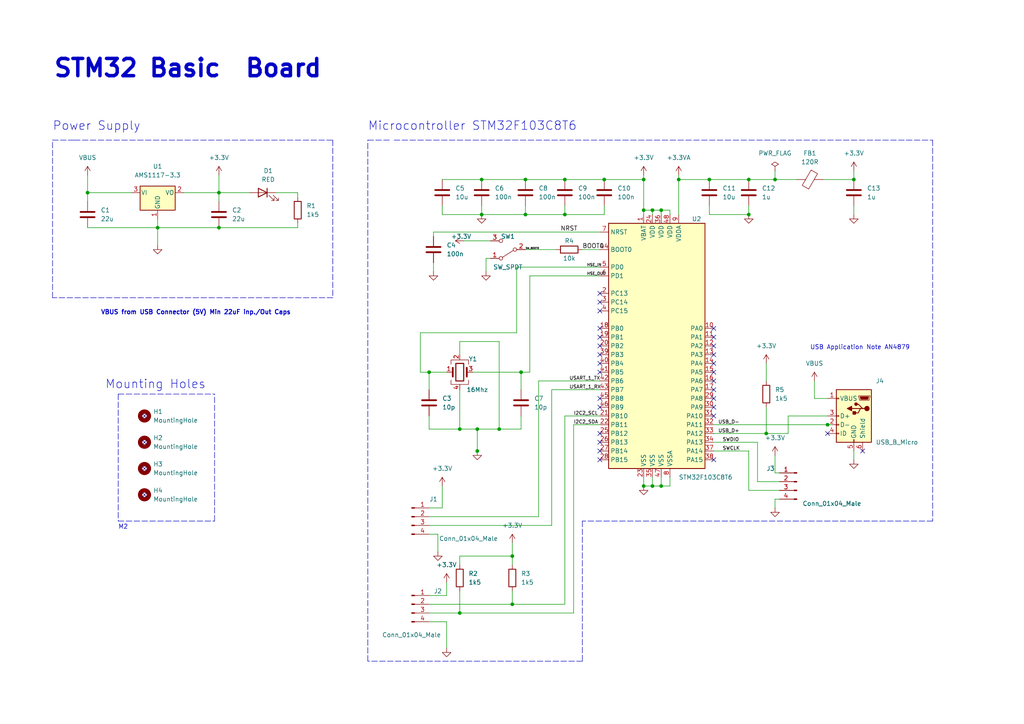
<source format=kicad_sch>
(kicad_sch (version 20211123) (generator eeschema)

  (uuid f15c9971-f9d6-40f5-a986-cd356e7e20ec)

  (paper "A4")

  (title_block
    (title "STM32 Basic Board PCB")
    (date "2023-10-14")
    (rev "0.1")
    (company "Kesara M. Ekanayake")
  )

  (lib_symbols
    (symbol "Connector:Conn_01x04_Male" (pin_names (offset 1.016) hide) (in_bom yes) (on_board yes)
      (property "Reference" "J" (id 0) (at 0 5.08 0)
        (effects (font (size 1.27 1.27)))
      )
      (property "Value" "Conn_01x04_Male" (id 1) (at 0 -7.62 0)
        (effects (font (size 1.27 1.27)))
      )
      (property "Footprint" "" (id 2) (at 0 0 0)
        (effects (font (size 1.27 1.27)) hide)
      )
      (property "Datasheet" "~" (id 3) (at 0 0 0)
        (effects (font (size 1.27 1.27)) hide)
      )
      (property "ki_keywords" "connector" (id 4) (at 0 0 0)
        (effects (font (size 1.27 1.27)) hide)
      )
      (property "ki_description" "Generic connector, single row, 01x04, script generated (kicad-library-utils/schlib/autogen/connector/)" (id 5) (at 0 0 0)
        (effects (font (size 1.27 1.27)) hide)
      )
      (property "ki_fp_filters" "Connector*:*_1x??_*" (id 6) (at 0 0 0)
        (effects (font (size 1.27 1.27)) hide)
      )
      (symbol "Conn_01x04_Male_1_1"
        (polyline
          (pts
            (xy 1.27 -5.08)
            (xy 0.8636 -5.08)
          )
          (stroke (width 0.1524) (type default) (color 0 0 0 0))
          (fill (type none))
        )
        (polyline
          (pts
            (xy 1.27 -2.54)
            (xy 0.8636 -2.54)
          )
          (stroke (width 0.1524) (type default) (color 0 0 0 0))
          (fill (type none))
        )
        (polyline
          (pts
            (xy 1.27 0)
            (xy 0.8636 0)
          )
          (stroke (width 0.1524) (type default) (color 0 0 0 0))
          (fill (type none))
        )
        (polyline
          (pts
            (xy 1.27 2.54)
            (xy 0.8636 2.54)
          )
          (stroke (width 0.1524) (type default) (color 0 0 0 0))
          (fill (type none))
        )
        (rectangle (start 0.8636 -4.953) (end 0 -5.207)
          (stroke (width 0.1524) (type default) (color 0 0 0 0))
          (fill (type outline))
        )
        (rectangle (start 0.8636 -2.413) (end 0 -2.667)
          (stroke (width 0.1524) (type default) (color 0 0 0 0))
          (fill (type outline))
        )
        (rectangle (start 0.8636 0.127) (end 0 -0.127)
          (stroke (width 0.1524) (type default) (color 0 0 0 0))
          (fill (type outline))
        )
        (rectangle (start 0.8636 2.667) (end 0 2.413)
          (stroke (width 0.1524) (type default) (color 0 0 0 0))
          (fill (type outline))
        )
        (pin passive line (at 5.08 2.54 180) (length 3.81)
          (name "Pin_1" (effects (font (size 1.27 1.27))))
          (number "1" (effects (font (size 1.27 1.27))))
        )
        (pin passive line (at 5.08 0 180) (length 3.81)
          (name "Pin_2" (effects (font (size 1.27 1.27))))
          (number "2" (effects (font (size 1.27 1.27))))
        )
        (pin passive line (at 5.08 -2.54 180) (length 3.81)
          (name "Pin_3" (effects (font (size 1.27 1.27))))
          (number "3" (effects (font (size 1.27 1.27))))
        )
        (pin passive line (at 5.08 -5.08 180) (length 3.81)
          (name "Pin_4" (effects (font (size 1.27 1.27))))
          (number "4" (effects (font (size 1.27 1.27))))
        )
      )
    )
    (symbol "Connector:USB_B_Micro" (pin_names (offset 1.016)) (in_bom yes) (on_board yes)
      (property "Reference" "J" (id 0) (at -5.08 11.43 0)
        (effects (font (size 1.27 1.27)) (justify left))
      )
      (property "Value" "USB_B_Micro" (id 1) (at -5.08 8.89 0)
        (effects (font (size 1.27 1.27)) (justify left))
      )
      (property "Footprint" "" (id 2) (at 3.81 -1.27 0)
        (effects (font (size 1.27 1.27)) hide)
      )
      (property "Datasheet" "~" (id 3) (at 3.81 -1.27 0)
        (effects (font (size 1.27 1.27)) hide)
      )
      (property "ki_keywords" "connector USB micro" (id 4) (at 0 0 0)
        (effects (font (size 1.27 1.27)) hide)
      )
      (property "ki_description" "USB Micro Type B connector" (id 5) (at 0 0 0)
        (effects (font (size 1.27 1.27)) hide)
      )
      (property "ki_fp_filters" "USB*" (id 6) (at 0 0 0)
        (effects (font (size 1.27 1.27)) hide)
      )
      (symbol "USB_B_Micro_0_1"
        (rectangle (start -5.08 -7.62) (end 5.08 7.62)
          (stroke (width 0.254) (type default) (color 0 0 0 0))
          (fill (type background))
        )
        (circle (center -3.81 2.159) (radius 0.635)
          (stroke (width 0.254) (type default) (color 0 0 0 0))
          (fill (type outline))
        )
        (circle (center -0.635 3.429) (radius 0.381)
          (stroke (width 0.254) (type default) (color 0 0 0 0))
          (fill (type outline))
        )
        (rectangle (start -0.127 -7.62) (end 0.127 -6.858)
          (stroke (width 0) (type default) (color 0 0 0 0))
          (fill (type none))
        )
        (polyline
          (pts
            (xy -1.905 2.159)
            (xy 0.635 2.159)
          )
          (stroke (width 0.254) (type default) (color 0 0 0 0))
          (fill (type none))
        )
        (polyline
          (pts
            (xy -3.175 2.159)
            (xy -2.54 2.159)
            (xy -1.27 3.429)
            (xy -0.635 3.429)
          )
          (stroke (width 0.254) (type default) (color 0 0 0 0))
          (fill (type none))
        )
        (polyline
          (pts
            (xy -2.54 2.159)
            (xy -1.905 2.159)
            (xy -1.27 0.889)
            (xy 0 0.889)
          )
          (stroke (width 0.254) (type default) (color 0 0 0 0))
          (fill (type none))
        )
        (polyline
          (pts
            (xy 0.635 2.794)
            (xy 0.635 1.524)
            (xy 1.905 2.159)
            (xy 0.635 2.794)
          )
          (stroke (width 0.254) (type default) (color 0 0 0 0))
          (fill (type outline))
        )
        (polyline
          (pts
            (xy -4.318 5.588)
            (xy -1.778 5.588)
            (xy -2.032 4.826)
            (xy -4.064 4.826)
            (xy -4.318 5.588)
          )
          (stroke (width 0) (type default) (color 0 0 0 0))
          (fill (type outline))
        )
        (polyline
          (pts
            (xy -4.699 5.842)
            (xy -4.699 5.588)
            (xy -4.445 4.826)
            (xy -4.445 4.572)
            (xy -1.651 4.572)
            (xy -1.651 4.826)
            (xy -1.397 5.588)
            (xy -1.397 5.842)
            (xy -4.699 5.842)
          )
          (stroke (width 0) (type default) (color 0 0 0 0))
          (fill (type none))
        )
        (rectangle (start 0.254 1.27) (end -0.508 0.508)
          (stroke (width 0.254) (type default) (color 0 0 0 0))
          (fill (type outline))
        )
        (rectangle (start 5.08 -5.207) (end 4.318 -4.953)
          (stroke (width 0) (type default) (color 0 0 0 0))
          (fill (type none))
        )
        (rectangle (start 5.08 -2.667) (end 4.318 -2.413)
          (stroke (width 0) (type default) (color 0 0 0 0))
          (fill (type none))
        )
        (rectangle (start 5.08 -0.127) (end 4.318 0.127)
          (stroke (width 0) (type default) (color 0 0 0 0))
          (fill (type none))
        )
        (rectangle (start 5.08 4.953) (end 4.318 5.207)
          (stroke (width 0) (type default) (color 0 0 0 0))
          (fill (type none))
        )
      )
      (symbol "USB_B_Micro_1_1"
        (pin power_out line (at 7.62 5.08 180) (length 2.54)
          (name "VBUS" (effects (font (size 1.27 1.27))))
          (number "1" (effects (font (size 1.27 1.27))))
        )
        (pin bidirectional line (at 7.62 -2.54 180) (length 2.54)
          (name "D-" (effects (font (size 1.27 1.27))))
          (number "2" (effects (font (size 1.27 1.27))))
        )
        (pin bidirectional line (at 7.62 0 180) (length 2.54)
          (name "D+" (effects (font (size 1.27 1.27))))
          (number "3" (effects (font (size 1.27 1.27))))
        )
        (pin passive line (at 7.62 -5.08 180) (length 2.54)
          (name "ID" (effects (font (size 1.27 1.27))))
          (number "4" (effects (font (size 1.27 1.27))))
        )
        (pin power_out line (at 0 -10.16 90) (length 2.54)
          (name "GND" (effects (font (size 1.27 1.27))))
          (number "5" (effects (font (size 1.27 1.27))))
        )
        (pin passive line (at -2.54 -10.16 90) (length 2.54)
          (name "Shield" (effects (font (size 1.27 1.27))))
          (number "6" (effects (font (size 1.27 1.27))))
        )
      )
    )
    (symbol "Device:C" (pin_numbers hide) (pin_names (offset 0.254)) (in_bom yes) (on_board yes)
      (property "Reference" "C" (id 0) (at 0.635 2.54 0)
        (effects (font (size 1.27 1.27)) (justify left))
      )
      (property "Value" "C" (id 1) (at 0.635 -2.54 0)
        (effects (font (size 1.27 1.27)) (justify left))
      )
      (property "Footprint" "" (id 2) (at 0.9652 -3.81 0)
        (effects (font (size 1.27 1.27)) hide)
      )
      (property "Datasheet" "~" (id 3) (at 0 0 0)
        (effects (font (size 1.27 1.27)) hide)
      )
      (property "ki_keywords" "cap capacitor" (id 4) (at 0 0 0)
        (effects (font (size 1.27 1.27)) hide)
      )
      (property "ki_description" "Unpolarized capacitor" (id 5) (at 0 0 0)
        (effects (font (size 1.27 1.27)) hide)
      )
      (property "ki_fp_filters" "C_*" (id 6) (at 0 0 0)
        (effects (font (size 1.27 1.27)) hide)
      )
      (symbol "C_0_1"
        (polyline
          (pts
            (xy -2.032 -0.762)
            (xy 2.032 -0.762)
          )
          (stroke (width 0.508) (type default) (color 0 0 0 0))
          (fill (type none))
        )
        (polyline
          (pts
            (xy -2.032 0.762)
            (xy 2.032 0.762)
          )
          (stroke (width 0.508) (type default) (color 0 0 0 0))
          (fill (type none))
        )
      )
      (symbol "C_1_1"
        (pin passive line (at 0 3.81 270) (length 2.794)
          (name "~" (effects (font (size 1.27 1.27))))
          (number "1" (effects (font (size 1.27 1.27))))
        )
        (pin passive line (at 0 -3.81 90) (length 2.794)
          (name "~" (effects (font (size 1.27 1.27))))
          (number "2" (effects (font (size 1.27 1.27))))
        )
      )
    )
    (symbol "Device:Crystal_GND24" (pin_names (offset 1.016) hide) (in_bom yes) (on_board yes)
      (property "Reference" "Y" (id 0) (at 3.175 5.08 0)
        (effects (font (size 1.27 1.27)) (justify left))
      )
      (property "Value" "Crystal_GND24" (id 1) (at 3.175 3.175 0)
        (effects (font (size 1.27 1.27)) (justify left))
      )
      (property "Footprint" "" (id 2) (at 0 0 0)
        (effects (font (size 1.27 1.27)) hide)
      )
      (property "Datasheet" "~" (id 3) (at 0 0 0)
        (effects (font (size 1.27 1.27)) hide)
      )
      (property "ki_keywords" "quartz ceramic resonator oscillator" (id 4) (at 0 0 0)
        (effects (font (size 1.27 1.27)) hide)
      )
      (property "ki_description" "Four pin crystal, GND on pins 2 and 4" (id 5) (at 0 0 0)
        (effects (font (size 1.27 1.27)) hide)
      )
      (property "ki_fp_filters" "Crystal*" (id 6) (at 0 0 0)
        (effects (font (size 1.27 1.27)) hide)
      )
      (symbol "Crystal_GND24_0_1"
        (rectangle (start -1.143 2.54) (end 1.143 -2.54)
          (stroke (width 0.3048) (type default) (color 0 0 0 0))
          (fill (type none))
        )
        (polyline
          (pts
            (xy -2.54 0)
            (xy -2.032 0)
          )
          (stroke (width 0) (type default) (color 0 0 0 0))
          (fill (type none))
        )
        (polyline
          (pts
            (xy -2.032 -1.27)
            (xy -2.032 1.27)
          )
          (stroke (width 0.508) (type default) (color 0 0 0 0))
          (fill (type none))
        )
        (polyline
          (pts
            (xy 0 -3.81)
            (xy 0 -3.556)
          )
          (stroke (width 0) (type default) (color 0 0 0 0))
          (fill (type none))
        )
        (polyline
          (pts
            (xy 0 3.556)
            (xy 0 3.81)
          )
          (stroke (width 0) (type default) (color 0 0 0 0))
          (fill (type none))
        )
        (polyline
          (pts
            (xy 2.032 -1.27)
            (xy 2.032 1.27)
          )
          (stroke (width 0.508) (type default) (color 0 0 0 0))
          (fill (type none))
        )
        (polyline
          (pts
            (xy 2.032 0)
            (xy 2.54 0)
          )
          (stroke (width 0) (type default) (color 0 0 0 0))
          (fill (type none))
        )
        (polyline
          (pts
            (xy -2.54 -2.286)
            (xy -2.54 -3.556)
            (xy 2.54 -3.556)
            (xy 2.54 -2.286)
          )
          (stroke (width 0) (type default) (color 0 0 0 0))
          (fill (type none))
        )
        (polyline
          (pts
            (xy -2.54 2.286)
            (xy -2.54 3.556)
            (xy 2.54 3.556)
            (xy 2.54 2.286)
          )
          (stroke (width 0) (type default) (color 0 0 0 0))
          (fill (type none))
        )
      )
      (symbol "Crystal_GND24_1_1"
        (pin passive line (at -3.81 0 0) (length 1.27)
          (name "1" (effects (font (size 1.27 1.27))))
          (number "1" (effects (font (size 1.27 1.27))))
        )
        (pin passive line (at 0 5.08 270) (length 1.27)
          (name "2" (effects (font (size 1.27 1.27))))
          (number "2" (effects (font (size 1.27 1.27))))
        )
        (pin passive line (at 3.81 0 180) (length 1.27)
          (name "3" (effects (font (size 1.27 1.27))))
          (number "3" (effects (font (size 1.27 1.27))))
        )
        (pin passive line (at 0 -5.08 90) (length 1.27)
          (name "4" (effects (font (size 1.27 1.27))))
          (number "4" (effects (font (size 1.27 1.27))))
        )
      )
    )
    (symbol "Device:FerriteBead" (pin_numbers hide) (pin_names (offset 0)) (in_bom yes) (on_board yes)
      (property "Reference" "FB" (id 0) (at -3.81 0.635 90)
        (effects (font (size 1.27 1.27)))
      )
      (property "Value" "FerriteBead" (id 1) (at 3.81 0 90)
        (effects (font (size 1.27 1.27)))
      )
      (property "Footprint" "" (id 2) (at -1.778 0 90)
        (effects (font (size 1.27 1.27)) hide)
      )
      (property "Datasheet" "~" (id 3) (at 0 0 0)
        (effects (font (size 1.27 1.27)) hide)
      )
      (property "ki_keywords" "L ferrite bead inductor filter" (id 4) (at 0 0 0)
        (effects (font (size 1.27 1.27)) hide)
      )
      (property "ki_description" "Ferrite bead" (id 5) (at 0 0 0)
        (effects (font (size 1.27 1.27)) hide)
      )
      (property "ki_fp_filters" "Inductor_* L_* *Ferrite*" (id 6) (at 0 0 0)
        (effects (font (size 1.27 1.27)) hide)
      )
      (symbol "FerriteBead_0_1"
        (polyline
          (pts
            (xy 0 -1.27)
            (xy 0 -1.2192)
          )
          (stroke (width 0) (type default) (color 0 0 0 0))
          (fill (type none))
        )
        (polyline
          (pts
            (xy 0 1.27)
            (xy 0 1.2954)
          )
          (stroke (width 0) (type default) (color 0 0 0 0))
          (fill (type none))
        )
        (polyline
          (pts
            (xy -2.7686 0.4064)
            (xy -1.7018 2.2606)
            (xy 2.7686 -0.3048)
            (xy 1.6764 -2.159)
            (xy -2.7686 0.4064)
          )
          (stroke (width 0) (type default) (color 0 0 0 0))
          (fill (type none))
        )
      )
      (symbol "FerriteBead_1_1"
        (pin passive line (at 0 3.81 270) (length 2.54)
          (name "~" (effects (font (size 1.27 1.27))))
          (number "1" (effects (font (size 1.27 1.27))))
        )
        (pin passive line (at 0 -3.81 90) (length 2.54)
          (name "~" (effects (font (size 1.27 1.27))))
          (number "2" (effects (font (size 1.27 1.27))))
        )
      )
    )
    (symbol "Device:LED" (pin_numbers hide) (pin_names (offset 1.016) hide) (in_bom yes) (on_board yes)
      (property "Reference" "D" (id 0) (at 0 2.54 0)
        (effects (font (size 1.27 1.27)))
      )
      (property "Value" "LED" (id 1) (at 0 -2.54 0)
        (effects (font (size 1.27 1.27)))
      )
      (property "Footprint" "" (id 2) (at 0 0 0)
        (effects (font (size 1.27 1.27)) hide)
      )
      (property "Datasheet" "~" (id 3) (at 0 0 0)
        (effects (font (size 1.27 1.27)) hide)
      )
      (property "ki_keywords" "LED diode" (id 4) (at 0 0 0)
        (effects (font (size 1.27 1.27)) hide)
      )
      (property "ki_description" "Light emitting diode" (id 5) (at 0 0 0)
        (effects (font (size 1.27 1.27)) hide)
      )
      (property "ki_fp_filters" "LED* LED_SMD:* LED_THT:*" (id 6) (at 0 0 0)
        (effects (font (size 1.27 1.27)) hide)
      )
      (symbol "LED_0_1"
        (polyline
          (pts
            (xy -1.27 -1.27)
            (xy -1.27 1.27)
          )
          (stroke (width 0.254) (type default) (color 0 0 0 0))
          (fill (type none))
        )
        (polyline
          (pts
            (xy -1.27 0)
            (xy 1.27 0)
          )
          (stroke (width 0) (type default) (color 0 0 0 0))
          (fill (type none))
        )
        (polyline
          (pts
            (xy 1.27 -1.27)
            (xy 1.27 1.27)
            (xy -1.27 0)
            (xy 1.27 -1.27)
          )
          (stroke (width 0.254) (type default) (color 0 0 0 0))
          (fill (type none))
        )
        (polyline
          (pts
            (xy -3.048 -0.762)
            (xy -4.572 -2.286)
            (xy -3.81 -2.286)
            (xy -4.572 -2.286)
            (xy -4.572 -1.524)
          )
          (stroke (width 0) (type default) (color 0 0 0 0))
          (fill (type none))
        )
        (polyline
          (pts
            (xy -1.778 -0.762)
            (xy -3.302 -2.286)
            (xy -2.54 -2.286)
            (xy -3.302 -2.286)
            (xy -3.302 -1.524)
          )
          (stroke (width 0) (type default) (color 0 0 0 0))
          (fill (type none))
        )
      )
      (symbol "LED_1_1"
        (pin passive line (at -3.81 0 0) (length 2.54)
          (name "K" (effects (font (size 1.27 1.27))))
          (number "1" (effects (font (size 1.27 1.27))))
        )
        (pin passive line (at 3.81 0 180) (length 2.54)
          (name "A" (effects (font (size 1.27 1.27))))
          (number "2" (effects (font (size 1.27 1.27))))
        )
      )
    )
    (symbol "Device:R" (pin_numbers hide) (pin_names (offset 0)) (in_bom yes) (on_board yes)
      (property "Reference" "R" (id 0) (at 2.032 0 90)
        (effects (font (size 1.27 1.27)))
      )
      (property "Value" "R" (id 1) (at 0 0 90)
        (effects (font (size 1.27 1.27)))
      )
      (property "Footprint" "" (id 2) (at -1.778 0 90)
        (effects (font (size 1.27 1.27)) hide)
      )
      (property "Datasheet" "~" (id 3) (at 0 0 0)
        (effects (font (size 1.27 1.27)) hide)
      )
      (property "ki_keywords" "R res resistor" (id 4) (at 0 0 0)
        (effects (font (size 1.27 1.27)) hide)
      )
      (property "ki_description" "Resistor" (id 5) (at 0 0 0)
        (effects (font (size 1.27 1.27)) hide)
      )
      (property "ki_fp_filters" "R_*" (id 6) (at 0 0 0)
        (effects (font (size 1.27 1.27)) hide)
      )
      (symbol "R_0_1"
        (rectangle (start -1.016 -2.54) (end 1.016 2.54)
          (stroke (width 0.254) (type default) (color 0 0 0 0))
          (fill (type none))
        )
      )
      (symbol "R_1_1"
        (pin passive line (at 0 3.81 270) (length 1.27)
          (name "~" (effects (font (size 1.27 1.27))))
          (number "1" (effects (font (size 1.27 1.27))))
        )
        (pin passive line (at 0 -3.81 90) (length 1.27)
          (name "~" (effects (font (size 1.27 1.27))))
          (number "2" (effects (font (size 1.27 1.27))))
        )
      )
    )
    (symbol "MCU_ST_STM32F1:STM32F103C8Tx" (in_bom yes) (on_board yes)
      (property "Reference" "U" (id 0) (at -15.24 36.83 0)
        (effects (font (size 1.27 1.27)) (justify left))
      )
      (property "Value" "STM32F103C8Tx" (id 1) (at 7.62 36.83 0)
        (effects (font (size 1.27 1.27)) (justify left))
      )
      (property "Footprint" "Package_QFP:LQFP-48_7x7mm_P0.5mm" (id 2) (at -15.24 -35.56 0)
        (effects (font (size 1.27 1.27)) (justify right) hide)
      )
      (property "Datasheet" "http://www.st.com/st-web-ui/static/active/en/resource/technical/document/datasheet/CD00161566.pdf" (id 3) (at 0 0 0)
        (effects (font (size 1.27 1.27)) hide)
      )
      (property "ki_keywords" "ARM Cortex-M3 STM32F1 STM32F103" (id 4) (at 0 0 0)
        (effects (font (size 1.27 1.27)) hide)
      )
      (property "ki_description" "ARM Cortex-M3 MCU, 64KB flash, 20KB RAM, 72MHz, 2-3.6V, 37 GPIO, LQFP-48" (id 5) (at 0 0 0)
        (effects (font (size 1.27 1.27)) hide)
      )
      (property "ki_fp_filters" "LQFP*7x7mm*P0.5mm*" (id 6) (at 0 0 0)
        (effects (font (size 1.27 1.27)) hide)
      )
      (symbol "STM32F103C8Tx_0_1"
        (rectangle (start -15.24 -35.56) (end 12.7 35.56)
          (stroke (width 0.254) (type default) (color 0 0 0 0))
          (fill (type background))
        )
      )
      (symbol "STM32F103C8Tx_1_1"
        (pin power_in line (at -5.08 38.1 270) (length 2.54)
          (name "VBAT" (effects (font (size 1.27 1.27))))
          (number "1" (effects (font (size 1.27 1.27))))
        )
        (pin bidirectional line (at 15.24 5.08 180) (length 2.54)
          (name "PA0" (effects (font (size 1.27 1.27))))
          (number "10" (effects (font (size 1.27 1.27))))
        )
        (pin bidirectional line (at 15.24 2.54 180) (length 2.54)
          (name "PA1" (effects (font (size 1.27 1.27))))
          (number "11" (effects (font (size 1.27 1.27))))
        )
        (pin bidirectional line (at 15.24 0 180) (length 2.54)
          (name "PA2" (effects (font (size 1.27 1.27))))
          (number "12" (effects (font (size 1.27 1.27))))
        )
        (pin bidirectional line (at 15.24 -2.54 180) (length 2.54)
          (name "PA3" (effects (font (size 1.27 1.27))))
          (number "13" (effects (font (size 1.27 1.27))))
        )
        (pin bidirectional line (at 15.24 -5.08 180) (length 2.54)
          (name "PA4" (effects (font (size 1.27 1.27))))
          (number "14" (effects (font (size 1.27 1.27))))
        )
        (pin bidirectional line (at 15.24 -7.62 180) (length 2.54)
          (name "PA5" (effects (font (size 1.27 1.27))))
          (number "15" (effects (font (size 1.27 1.27))))
        )
        (pin bidirectional line (at 15.24 -10.16 180) (length 2.54)
          (name "PA6" (effects (font (size 1.27 1.27))))
          (number "16" (effects (font (size 1.27 1.27))))
        )
        (pin bidirectional line (at 15.24 -12.7 180) (length 2.54)
          (name "PA7" (effects (font (size 1.27 1.27))))
          (number "17" (effects (font (size 1.27 1.27))))
        )
        (pin bidirectional line (at -17.78 5.08 0) (length 2.54)
          (name "PB0" (effects (font (size 1.27 1.27))))
          (number "18" (effects (font (size 1.27 1.27))))
        )
        (pin bidirectional line (at -17.78 2.54 0) (length 2.54)
          (name "PB1" (effects (font (size 1.27 1.27))))
          (number "19" (effects (font (size 1.27 1.27))))
        )
        (pin bidirectional line (at -17.78 15.24 0) (length 2.54)
          (name "PC13" (effects (font (size 1.27 1.27))))
          (number "2" (effects (font (size 1.27 1.27))))
        )
        (pin bidirectional line (at -17.78 0 0) (length 2.54)
          (name "PB2" (effects (font (size 1.27 1.27))))
          (number "20" (effects (font (size 1.27 1.27))))
        )
        (pin bidirectional line (at -17.78 -20.32 0) (length 2.54)
          (name "PB10" (effects (font (size 1.27 1.27))))
          (number "21" (effects (font (size 1.27 1.27))))
        )
        (pin bidirectional line (at -17.78 -22.86 0) (length 2.54)
          (name "PB11" (effects (font (size 1.27 1.27))))
          (number "22" (effects (font (size 1.27 1.27))))
        )
        (pin power_in line (at -5.08 -38.1 90) (length 2.54)
          (name "VSS" (effects (font (size 1.27 1.27))))
          (number "23" (effects (font (size 1.27 1.27))))
        )
        (pin power_in line (at -2.54 38.1 270) (length 2.54)
          (name "VDD" (effects (font (size 1.27 1.27))))
          (number "24" (effects (font (size 1.27 1.27))))
        )
        (pin bidirectional line (at -17.78 -25.4 0) (length 2.54)
          (name "PB12" (effects (font (size 1.27 1.27))))
          (number "25" (effects (font (size 1.27 1.27))))
        )
        (pin bidirectional line (at -17.78 -27.94 0) (length 2.54)
          (name "PB13" (effects (font (size 1.27 1.27))))
          (number "26" (effects (font (size 1.27 1.27))))
        )
        (pin bidirectional line (at -17.78 -30.48 0) (length 2.54)
          (name "PB14" (effects (font (size 1.27 1.27))))
          (number "27" (effects (font (size 1.27 1.27))))
        )
        (pin bidirectional line (at -17.78 -33.02 0) (length 2.54)
          (name "PB15" (effects (font (size 1.27 1.27))))
          (number "28" (effects (font (size 1.27 1.27))))
        )
        (pin bidirectional line (at 15.24 -15.24 180) (length 2.54)
          (name "PA8" (effects (font (size 1.27 1.27))))
          (number "29" (effects (font (size 1.27 1.27))))
        )
        (pin bidirectional line (at -17.78 12.7 0) (length 2.54)
          (name "PC14" (effects (font (size 1.27 1.27))))
          (number "3" (effects (font (size 1.27 1.27))))
        )
        (pin bidirectional line (at 15.24 -17.78 180) (length 2.54)
          (name "PA9" (effects (font (size 1.27 1.27))))
          (number "30" (effects (font (size 1.27 1.27))))
        )
        (pin bidirectional line (at 15.24 -20.32 180) (length 2.54)
          (name "PA10" (effects (font (size 1.27 1.27))))
          (number "31" (effects (font (size 1.27 1.27))))
        )
        (pin bidirectional line (at 15.24 -22.86 180) (length 2.54)
          (name "PA11" (effects (font (size 1.27 1.27))))
          (number "32" (effects (font (size 1.27 1.27))))
        )
        (pin bidirectional line (at 15.24 -25.4 180) (length 2.54)
          (name "PA12" (effects (font (size 1.27 1.27))))
          (number "33" (effects (font (size 1.27 1.27))))
        )
        (pin bidirectional line (at 15.24 -27.94 180) (length 2.54)
          (name "PA13" (effects (font (size 1.27 1.27))))
          (number "34" (effects (font (size 1.27 1.27))))
        )
        (pin power_in line (at -2.54 -38.1 90) (length 2.54)
          (name "VSS" (effects (font (size 1.27 1.27))))
          (number "35" (effects (font (size 1.27 1.27))))
        )
        (pin power_in line (at 0 38.1 270) (length 2.54)
          (name "VDD" (effects (font (size 1.27 1.27))))
          (number "36" (effects (font (size 1.27 1.27))))
        )
        (pin bidirectional line (at 15.24 -30.48 180) (length 2.54)
          (name "PA14" (effects (font (size 1.27 1.27))))
          (number "37" (effects (font (size 1.27 1.27))))
        )
        (pin bidirectional line (at 15.24 -33.02 180) (length 2.54)
          (name "PA15" (effects (font (size 1.27 1.27))))
          (number "38" (effects (font (size 1.27 1.27))))
        )
        (pin bidirectional line (at -17.78 -2.54 0) (length 2.54)
          (name "PB3" (effects (font (size 1.27 1.27))))
          (number "39" (effects (font (size 1.27 1.27))))
        )
        (pin bidirectional line (at -17.78 10.16 0) (length 2.54)
          (name "PC15" (effects (font (size 1.27 1.27))))
          (number "4" (effects (font (size 1.27 1.27))))
        )
        (pin bidirectional line (at -17.78 -5.08 0) (length 2.54)
          (name "PB4" (effects (font (size 1.27 1.27))))
          (number "40" (effects (font (size 1.27 1.27))))
        )
        (pin bidirectional line (at -17.78 -7.62 0) (length 2.54)
          (name "PB5" (effects (font (size 1.27 1.27))))
          (number "41" (effects (font (size 1.27 1.27))))
        )
        (pin bidirectional line (at -17.78 -10.16 0) (length 2.54)
          (name "PB6" (effects (font (size 1.27 1.27))))
          (number "42" (effects (font (size 1.27 1.27))))
        )
        (pin bidirectional line (at -17.78 -12.7 0) (length 2.54)
          (name "PB7" (effects (font (size 1.27 1.27))))
          (number "43" (effects (font (size 1.27 1.27))))
        )
        (pin input line (at -17.78 27.94 0) (length 2.54)
          (name "BOOT0" (effects (font (size 1.27 1.27))))
          (number "44" (effects (font (size 1.27 1.27))))
        )
        (pin bidirectional line (at -17.78 -15.24 0) (length 2.54)
          (name "PB8" (effects (font (size 1.27 1.27))))
          (number "45" (effects (font (size 1.27 1.27))))
        )
        (pin bidirectional line (at -17.78 -17.78 0) (length 2.54)
          (name "PB9" (effects (font (size 1.27 1.27))))
          (number "46" (effects (font (size 1.27 1.27))))
        )
        (pin power_in line (at 0 -38.1 90) (length 2.54)
          (name "VSS" (effects (font (size 1.27 1.27))))
          (number "47" (effects (font (size 1.27 1.27))))
        )
        (pin power_in line (at 2.54 38.1 270) (length 2.54)
          (name "VDD" (effects (font (size 1.27 1.27))))
          (number "48" (effects (font (size 1.27 1.27))))
        )
        (pin input line (at -17.78 22.86 0) (length 2.54)
          (name "PD0" (effects (font (size 1.27 1.27))))
          (number "5" (effects (font (size 1.27 1.27))))
        )
        (pin input line (at -17.78 20.32 0) (length 2.54)
          (name "PD1" (effects (font (size 1.27 1.27))))
          (number "6" (effects (font (size 1.27 1.27))))
        )
        (pin input line (at -17.78 33.02 0) (length 2.54)
          (name "NRST" (effects (font (size 1.27 1.27))))
          (number "7" (effects (font (size 1.27 1.27))))
        )
        (pin power_in line (at 2.54 -38.1 90) (length 2.54)
          (name "VSSA" (effects (font (size 1.27 1.27))))
          (number "8" (effects (font (size 1.27 1.27))))
        )
        (pin power_in line (at 5.08 38.1 270) (length 2.54)
          (name "VDDA" (effects (font (size 1.27 1.27))))
          (number "9" (effects (font (size 1.27 1.27))))
        )
      )
    )
    (symbol "Mechanical:MountingHole" (pin_names (offset 1.016)) (in_bom yes) (on_board yes)
      (property "Reference" "H" (id 0) (at 0 5.08 0)
        (effects (font (size 1.27 1.27)))
      )
      (property "Value" "MountingHole" (id 1) (at 0 3.175 0)
        (effects (font (size 1.27 1.27)))
      )
      (property "Footprint" "" (id 2) (at 0 0 0)
        (effects (font (size 1.27 1.27)) hide)
      )
      (property "Datasheet" "~" (id 3) (at 0 0 0)
        (effects (font (size 1.27 1.27)) hide)
      )
      (property "ki_keywords" "mounting hole" (id 4) (at 0 0 0)
        (effects (font (size 1.27 1.27)) hide)
      )
      (property "ki_description" "Mounting Hole without connection" (id 5) (at 0 0 0)
        (effects (font (size 1.27 1.27)) hide)
      )
      (property "ki_fp_filters" "MountingHole*" (id 6) (at 0 0 0)
        (effects (font (size 1.27 1.27)) hide)
      )
      (symbol "MountingHole_0_1"
        (circle (center 0 0) (radius 1.27)
          (stroke (width 1.27) (type default) (color 0 0 0 0))
          (fill (type none))
        )
      )
    )
    (symbol "Regulator_Linear:AMS1117-3.3" (pin_names (offset 0.254)) (in_bom yes) (on_board yes)
      (property "Reference" "U" (id 0) (at -3.81 3.175 0)
        (effects (font (size 1.27 1.27)))
      )
      (property "Value" "AMS1117-3.3" (id 1) (at 0 3.175 0)
        (effects (font (size 1.27 1.27)) (justify left))
      )
      (property "Footprint" "Package_TO_SOT_SMD:SOT-223-3_TabPin2" (id 2) (at 0 5.08 0)
        (effects (font (size 1.27 1.27)) hide)
      )
      (property "Datasheet" "http://www.advanced-monolithic.com/pdf/ds1117.pdf" (id 3) (at 2.54 -6.35 0)
        (effects (font (size 1.27 1.27)) hide)
      )
      (property "ki_keywords" "linear regulator ldo fixed positive" (id 4) (at 0 0 0)
        (effects (font (size 1.27 1.27)) hide)
      )
      (property "ki_description" "1A Low Dropout regulator, positive, 3.3V fixed output, SOT-223" (id 5) (at 0 0 0)
        (effects (font (size 1.27 1.27)) hide)
      )
      (property "ki_fp_filters" "SOT?223*TabPin2*" (id 6) (at 0 0 0)
        (effects (font (size 1.27 1.27)) hide)
      )
      (symbol "AMS1117-3.3_0_1"
        (rectangle (start -5.08 -5.08) (end 5.08 1.905)
          (stroke (width 0.254) (type default) (color 0 0 0 0))
          (fill (type background))
        )
      )
      (symbol "AMS1117-3.3_1_1"
        (pin power_in line (at 0 -7.62 90) (length 2.54)
          (name "GND" (effects (font (size 1.27 1.27))))
          (number "1" (effects (font (size 1.27 1.27))))
        )
        (pin power_out line (at 7.62 0 180) (length 2.54)
          (name "VO" (effects (font (size 1.27 1.27))))
          (number "2" (effects (font (size 1.27 1.27))))
        )
        (pin power_in line (at -7.62 0 0) (length 2.54)
          (name "VI" (effects (font (size 1.27 1.27))))
          (number "3" (effects (font (size 1.27 1.27))))
        )
      )
    )
    (symbol "Switch:SW_SPDT" (pin_names (offset 0) hide) (in_bom yes) (on_board yes)
      (property "Reference" "SW" (id 0) (at 0 4.318 0)
        (effects (font (size 1.27 1.27)))
      )
      (property "Value" "SW_SPDT" (id 1) (at 0 -5.08 0)
        (effects (font (size 1.27 1.27)))
      )
      (property "Footprint" "" (id 2) (at 0 0 0)
        (effects (font (size 1.27 1.27)) hide)
      )
      (property "Datasheet" "~" (id 3) (at 0 0 0)
        (effects (font (size 1.27 1.27)) hide)
      )
      (property "ki_keywords" "switch single-pole double-throw spdt ON-ON" (id 4) (at 0 0 0)
        (effects (font (size 1.27 1.27)) hide)
      )
      (property "ki_description" "Switch, single pole double throw" (id 5) (at 0 0 0)
        (effects (font (size 1.27 1.27)) hide)
      )
      (symbol "SW_SPDT_0_0"
        (circle (center -2.032 0) (radius 0.508)
          (stroke (width 0) (type default) (color 0 0 0 0))
          (fill (type none))
        )
        (circle (center 2.032 -2.54) (radius 0.508)
          (stroke (width 0) (type default) (color 0 0 0 0))
          (fill (type none))
        )
      )
      (symbol "SW_SPDT_0_1"
        (polyline
          (pts
            (xy -1.524 0.254)
            (xy 1.651 2.286)
          )
          (stroke (width 0) (type default) (color 0 0 0 0))
          (fill (type none))
        )
        (circle (center 2.032 2.54) (radius 0.508)
          (stroke (width 0) (type default) (color 0 0 0 0))
          (fill (type none))
        )
      )
      (symbol "SW_SPDT_1_1"
        (pin passive line (at 5.08 2.54 180) (length 2.54)
          (name "A" (effects (font (size 1.27 1.27))))
          (number "1" (effects (font (size 1.27 1.27))))
        )
        (pin passive line (at -5.08 0 0) (length 2.54)
          (name "B" (effects (font (size 1.27 1.27))))
          (number "2" (effects (font (size 1.27 1.27))))
        )
        (pin passive line (at 5.08 -2.54 180) (length 2.54)
          (name "C" (effects (font (size 1.27 1.27))))
          (number "3" (effects (font (size 1.27 1.27))))
        )
      )
    )
    (symbol "power:+3.3V" (power) (pin_names (offset 0)) (in_bom yes) (on_board yes)
      (property "Reference" "#PWR" (id 0) (at 0 -3.81 0)
        (effects (font (size 1.27 1.27)) hide)
      )
      (property "Value" "+3.3V" (id 1) (at 0 3.556 0)
        (effects (font (size 1.27 1.27)))
      )
      (property "Footprint" "" (id 2) (at 0 0 0)
        (effects (font (size 1.27 1.27)) hide)
      )
      (property "Datasheet" "" (id 3) (at 0 0 0)
        (effects (font (size 1.27 1.27)) hide)
      )
      (property "ki_keywords" "power-flag" (id 4) (at 0 0 0)
        (effects (font (size 1.27 1.27)) hide)
      )
      (property "ki_description" "Power symbol creates a global label with name \"+3.3V\"" (id 5) (at 0 0 0)
        (effects (font (size 1.27 1.27)) hide)
      )
      (symbol "+3.3V_0_1"
        (polyline
          (pts
            (xy -0.762 1.27)
            (xy 0 2.54)
          )
          (stroke (width 0) (type default) (color 0 0 0 0))
          (fill (type none))
        )
        (polyline
          (pts
            (xy 0 0)
            (xy 0 2.54)
          )
          (stroke (width 0) (type default) (color 0 0 0 0))
          (fill (type none))
        )
        (polyline
          (pts
            (xy 0 2.54)
            (xy 0.762 1.27)
          )
          (stroke (width 0) (type default) (color 0 0 0 0))
          (fill (type none))
        )
      )
      (symbol "+3.3V_1_1"
        (pin power_in line (at 0 0 90) (length 0) hide
          (name "+3.3V" (effects (font (size 1.27 1.27))))
          (number "1" (effects (font (size 1.27 1.27))))
        )
      )
    )
    (symbol "power:+3.3VA" (power) (pin_names (offset 0)) (in_bom yes) (on_board yes)
      (property "Reference" "#PWR" (id 0) (at 0 -3.81 0)
        (effects (font (size 1.27 1.27)) hide)
      )
      (property "Value" "+3.3VA" (id 1) (at 0 3.556 0)
        (effects (font (size 1.27 1.27)))
      )
      (property "Footprint" "" (id 2) (at 0 0 0)
        (effects (font (size 1.27 1.27)) hide)
      )
      (property "Datasheet" "" (id 3) (at 0 0 0)
        (effects (font (size 1.27 1.27)) hide)
      )
      (property "ki_keywords" "power-flag" (id 4) (at 0 0 0)
        (effects (font (size 1.27 1.27)) hide)
      )
      (property "ki_description" "Power symbol creates a global label with name \"+3.3VA\"" (id 5) (at 0 0 0)
        (effects (font (size 1.27 1.27)) hide)
      )
      (symbol "+3.3VA_0_1"
        (polyline
          (pts
            (xy -0.762 1.27)
            (xy 0 2.54)
          )
          (stroke (width 0) (type default) (color 0 0 0 0))
          (fill (type none))
        )
        (polyline
          (pts
            (xy 0 0)
            (xy 0 2.54)
          )
          (stroke (width 0) (type default) (color 0 0 0 0))
          (fill (type none))
        )
        (polyline
          (pts
            (xy 0 2.54)
            (xy 0.762 1.27)
          )
          (stroke (width 0) (type default) (color 0 0 0 0))
          (fill (type none))
        )
      )
      (symbol "+3.3VA_1_1"
        (pin power_in line (at 0 0 90) (length 0) hide
          (name "+3.3VA" (effects (font (size 1.27 1.27))))
          (number "1" (effects (font (size 1.27 1.27))))
        )
      )
    )
    (symbol "power:GND" (power) (pin_names (offset 0)) (in_bom yes) (on_board yes)
      (property "Reference" "#PWR" (id 0) (at 0 -6.35 0)
        (effects (font (size 1.27 1.27)) hide)
      )
      (property "Value" "GND" (id 1) (at 0 -3.81 0)
        (effects (font (size 1.27 1.27)))
      )
      (property "Footprint" "" (id 2) (at 0 0 0)
        (effects (font (size 1.27 1.27)) hide)
      )
      (property "Datasheet" "" (id 3) (at 0 0 0)
        (effects (font (size 1.27 1.27)) hide)
      )
      (property "ki_keywords" "power-flag" (id 4) (at 0 0 0)
        (effects (font (size 1.27 1.27)) hide)
      )
      (property "ki_description" "Power symbol creates a global label with name \"GND\" , ground" (id 5) (at 0 0 0)
        (effects (font (size 1.27 1.27)) hide)
      )
      (symbol "GND_0_1"
        (polyline
          (pts
            (xy 0 0)
            (xy 0 -1.27)
            (xy 1.27 -1.27)
            (xy 0 -2.54)
            (xy -1.27 -1.27)
            (xy 0 -1.27)
          )
          (stroke (width 0) (type default) (color 0 0 0 0))
          (fill (type none))
        )
      )
      (symbol "GND_1_1"
        (pin power_in line (at 0 0 270) (length 0) hide
          (name "GND" (effects (font (size 1.27 1.27))))
          (number "1" (effects (font (size 1.27 1.27))))
        )
      )
    )
    (symbol "power:PWR_FLAG" (power) (pin_numbers hide) (pin_names (offset 0) hide) (in_bom yes) (on_board yes)
      (property "Reference" "#FLG" (id 0) (at 0 1.905 0)
        (effects (font (size 1.27 1.27)) hide)
      )
      (property "Value" "PWR_FLAG" (id 1) (at 0 3.81 0)
        (effects (font (size 1.27 1.27)))
      )
      (property "Footprint" "" (id 2) (at 0 0 0)
        (effects (font (size 1.27 1.27)) hide)
      )
      (property "Datasheet" "~" (id 3) (at 0 0 0)
        (effects (font (size 1.27 1.27)) hide)
      )
      (property "ki_keywords" "power-flag" (id 4) (at 0 0 0)
        (effects (font (size 1.27 1.27)) hide)
      )
      (property "ki_description" "Special symbol for telling ERC where power comes from" (id 5) (at 0 0 0)
        (effects (font (size 1.27 1.27)) hide)
      )
      (symbol "PWR_FLAG_0_0"
        (pin power_out line (at 0 0 90) (length 0)
          (name "pwr" (effects (font (size 1.27 1.27))))
          (number "1" (effects (font (size 1.27 1.27))))
        )
      )
      (symbol "PWR_FLAG_0_1"
        (polyline
          (pts
            (xy 0 0)
            (xy 0 1.27)
            (xy -1.016 1.905)
            (xy 0 2.54)
            (xy 1.016 1.905)
            (xy 0 1.27)
          )
          (stroke (width 0) (type default) (color 0 0 0 0))
          (fill (type none))
        )
      )
    )
    (symbol "power:VBUS" (power) (pin_names (offset 0)) (in_bom yes) (on_board yes)
      (property "Reference" "#PWR" (id 0) (at 0 -3.81 0)
        (effects (font (size 1.27 1.27)) hide)
      )
      (property "Value" "VBUS" (id 1) (at 0 3.81 0)
        (effects (font (size 1.27 1.27)))
      )
      (property "Footprint" "" (id 2) (at 0 0 0)
        (effects (font (size 1.27 1.27)) hide)
      )
      (property "Datasheet" "" (id 3) (at 0 0 0)
        (effects (font (size 1.27 1.27)) hide)
      )
      (property "ki_keywords" "power-flag" (id 4) (at 0 0 0)
        (effects (font (size 1.27 1.27)) hide)
      )
      (property "ki_description" "Power symbol creates a global label with name \"VBUS\"" (id 5) (at 0 0 0)
        (effects (font (size 1.27 1.27)) hide)
      )
      (symbol "VBUS_0_1"
        (polyline
          (pts
            (xy -0.762 1.27)
            (xy 0 2.54)
          )
          (stroke (width 0) (type default) (color 0 0 0 0))
          (fill (type none))
        )
        (polyline
          (pts
            (xy 0 0)
            (xy 0 2.54)
          )
          (stroke (width 0) (type default) (color 0 0 0 0))
          (fill (type none))
        )
        (polyline
          (pts
            (xy 0 2.54)
            (xy 0.762 1.27)
          )
          (stroke (width 0) (type default) (color 0 0 0 0))
          (fill (type none))
        )
      )
      (symbol "VBUS_1_1"
        (pin power_in line (at 0 0 90) (length 0) hide
          (name "VBUS" (effects (font (size 1.27 1.27))))
          (number "1" (effects (font (size 1.27 1.27))))
        )
      )
    )
  )


  (junction (at 189.23 60.96) (diameter 0) (color 0 0 0 0)
    (uuid 0137e4be-24a0-4e3e-9a50-3cfa033e2882)
  )
  (junction (at 186.69 140.97) (diameter 0) (color 0 0 0 0)
    (uuid 08857a25-113f-48f0-a225-a8ff72677dba)
  )
  (junction (at 217.17 52.07) (diameter 0) (color 0 0 0 0)
    (uuid 16dd60f9-f7d2-4134-99e7-338728cabd88)
  )
  (junction (at 163.83 62.23) (diameter 0) (color 0 0 0 0)
    (uuid 227a3fc0-5d5d-47a9-93bb-a50c55e02968)
  )
  (junction (at 63.5 55.88) (diameter 0) (color 0 0 0 0)
    (uuid 23d19b43-b339-4e29-a992-bb9e8bb0ab2a)
  )
  (junction (at 217.17 62.23) (diameter 0) (color 0 0 0 0)
    (uuid 2c909710-806e-4401-9c4c-1a82ba3cf7eb)
  )
  (junction (at 139.7 62.23) (diameter 0) (color 0 0 0 0)
    (uuid 326713eb-4eed-476a-b7f2-6b6e776414cf)
  )
  (junction (at 175.26 52.07) (diameter 0) (color 0 0 0 0)
    (uuid 3302732b-7b07-48c3-9382-107ebd423cc9)
  )
  (junction (at 144.78 124.46) (diameter 0) (color 0 0 0 0)
    (uuid 3372005d-afcb-4505-90cf-b2d5473f2301)
  )
  (junction (at 148.59 175.26) (diameter 0) (color 0 0 0 0)
    (uuid 445a94c8-4d97-4ec9-87e7-d87adeed5113)
  )
  (junction (at 186.69 60.96) (diameter 0) (color 0 0 0 0)
    (uuid 46606fa6-aa7c-4610-ac10-ebb2511c4b3e)
  )
  (junction (at 152.4 62.23) (diameter 0) (color 0 0 0 0)
    (uuid 4adeb578-f09a-4380-a6e4-c07b4ec32563)
  )
  (junction (at 133.35 124.46) (diameter 0) (color 0 0 0 0)
    (uuid 51207944-e321-4b93-8efd-1eacce93f9f6)
  )
  (junction (at 196.85 52.07) (diameter 0) (color 0 0 0 0)
    (uuid 5aa037e8-f2a5-48f4-bf69-98ca6b697d5f)
  )
  (junction (at 205.74 52.07) (diameter 0) (color 0 0 0 0)
    (uuid 665684ad-f7e1-471e-ad8a-7f8e2f872e8f)
  )
  (junction (at 138.43 130.81) (diameter 0) (color 0 0 0 0)
    (uuid 790cecd6-93d1-45ca-a31e-9854f546bdbb)
  )
  (junction (at 240.03 123.19) (diameter 0) (color 0 0 0 0)
    (uuid 842180f1-0c0f-4ef2-8c13-a634479c8572)
  )
  (junction (at 133.35 177.8) (diameter 0) (color 0 0 0 0)
    (uuid 844080be-28a7-48cf-ab7d-c23f7a93c7a6)
  )
  (junction (at 63.5 66.04) (diameter 0) (color 0 0 0 0)
    (uuid 86c4348a-8004-4905-8f72-489c73aa7778)
  )
  (junction (at 191.77 140.97) (diameter 0) (color 0 0 0 0)
    (uuid 88c59394-8243-4517-9d2b-a684cebc21de)
  )
  (junction (at 247.65 52.07) (diameter 0) (color 0 0 0 0)
    (uuid 8c06203d-b51d-4e05-ae1a-966c3217168d)
  )
  (junction (at 148.59 161.29) (diameter 0) (color 0 0 0 0)
    (uuid 8e85311d-57f2-4c1a-bb62-043c7ad8616e)
  )
  (junction (at 124.46 107.95) (diameter 0) (color 0 0 0 0)
    (uuid ad3fb5fe-0e97-4ea0-b5bc-bcdc7129a558)
  )
  (junction (at 191.77 60.96) (diameter 0) (color 0 0 0 0)
    (uuid ad73629e-7fa1-4707-aaba-7a42f368ce8a)
  )
  (junction (at 189.23 140.97) (diameter 0) (color 0 0 0 0)
    (uuid aef8b6db-2149-4fda-9890-97887747c4db)
  )
  (junction (at 152.4 52.07) (diameter 0) (color 0 0 0 0)
    (uuid af7abe2e-996c-49f8-9a90-d846137fab58)
  )
  (junction (at 163.83 52.07) (diameter 0) (color 0 0 0 0)
    (uuid b08705ff-357e-40a1-b53d-f07790f13652)
  )
  (junction (at 138.43 124.46) (diameter 0) (color 0 0 0 0)
    (uuid b7787872-479c-4a9e-911c-b419b37d902f)
  )
  (junction (at 25.4 55.88) (diameter 0) (color 0 0 0 0)
    (uuid c86a9f6b-8f98-4345-9791-1d088c358789)
  )
  (junction (at 139.7 52.07) (diameter 0) (color 0 0 0 0)
    (uuid ccb8808c-2c3f-4412-9c7f-7071870a0330)
  )
  (junction (at 151.13 107.95) (diameter 0) (color 0 0 0 0)
    (uuid e41da9f4-fa9b-4c6d-a542-289aaacdae23)
  )
  (junction (at 222.25 125.73) (diameter 0) (color 0 0 0 0)
    (uuid fa3bf4a5-c1a0-427e-9788-c6c8798a5a66)
  )
  (junction (at 224.79 52.07) (diameter 0) (color 0 0 0 0)
    (uuid fb12a4dd-0c8c-4911-9487-4611b64f6842)
  )
  (junction (at 45.72 66.04) (diameter 0) (color 0 0 0 0)
    (uuid fcddb790-f7c2-4068-93bb-40abec4ab3d5)
  )
  (junction (at 186.69 52.07) (diameter 0) (color 0 0 0 0)
    (uuid fef8d6cf-d4b1-47e5-bb12-b5b49fcff709)
  )

  (no_connect (at 250.19 130.81) (uuid 12e97a7a-4b8e-45e6-bdd0-58db358e4d51))
  (no_connect (at 173.99 128.27) (uuid 253e6af1-988f-4e08-8035-c8c9f2090e4d))
  (no_connect (at 207.01 95.25) (uuid 26452cc1-02c9-45ec-a1e3-243dc2f69f8c))
  (no_connect (at 207.01 105.41) (uuid 2857f0e6-e330-4db7-9c24-894388bd6bc8))
  (no_connect (at 207.01 100.33) (uuid 2e43df79-b5d8-4ea6-b694-5ad56dbb1671))
  (no_connect (at 173.99 95.25) (uuid 382a43f5-0e81-4b04-9db3-5a3815cc9a88))
  (no_connect (at 41.91 120.65) (uuid 4bc6cef2-3084-4375-96c0-fbe95cada88c))
  (no_connect (at 173.99 102.87) (uuid 53ef87a9-3059-4028-9cb4-a4275e21e489))
  (no_connect (at 173.99 133.35) (uuid 586f6497-2da8-4ca8-a573-c1fb8bf167f0))
  (no_connect (at 173.99 85.09) (uuid 5aee149a-4397-4b12-9ff2-7298492c06b2))
  (no_connect (at 207.01 107.95) (uuid 62937250-7718-4d56-b145-b0169a61e455))
  (no_connect (at 207.01 110.49) (uuid 6880bc61-afdb-4037-af4f-d88276c91702))
  (no_connect (at 173.99 87.63) (uuid 696f676b-e33f-41d8-aa89-99da2524f26b))
  (no_connect (at 173.99 107.95) (uuid 6f0b060e-cec9-4242-a4b2-0324ce341541))
  (no_connect (at 41.91 143.51) (uuid 6f77c1aa-0c28-4ab5-944e-426f03de0f8e))
  (no_connect (at 173.99 100.33) (uuid 78ce170b-1e7f-40c1-900b-d9339410738e))
  (no_connect (at 173.99 97.79) (uuid 9da6aa71-3177-4489-b6b2-dbdc42a6fec9))
  (no_connect (at 207.01 118.11) (uuid a11a3e8b-42e0-4ea1-848a-9f866f85909c))
  (no_connect (at 207.01 102.87) (uuid a27368ba-3ee2-45dc-b9fc-89c163ff13a3))
  (no_connect (at 207.01 97.79) (uuid a675d627-760c-4349-8170-3f7fe0bb4e85))
  (no_connect (at 41.91 135.89) (uuid aa32a3a7-438d-4e04-aead-7c729c9d6360))
  (no_connect (at 207.01 113.03) (uuid ae6b5b49-e105-4d63-adf1-e822c0e72a4a))
  (no_connect (at 173.99 130.81) (uuid af85d134-5194-42b6-bbef-bede2453136a))
  (no_connect (at 207.01 115.57) (uuid b8e30bf0-539e-4fa0-9380-f9deee69b10f))
  (no_connect (at 173.99 90.17) (uuid cb4d2317-d111-48d3-9fff-81238dc47eac))
  (no_connect (at 240.03 125.73) (uuid dde75607-5db5-4f1f-86b0-4dfc06e7b363))
  (no_connect (at 41.91 128.27) (uuid e2527d36-7f1d-4177-ae7c-a1d54ae9539e))
  (no_connect (at 207.01 133.35) (uuid e5ab3b7f-017f-4b00-99bb-778e2229f405))
  (no_connect (at 173.99 118.11) (uuid eb9478c5-6a51-4027-a6d9-770ac5daac3d))
  (no_connect (at 173.99 105.41) (uuid ef12cf20-685b-4feb-8c8e-0d180bc82b7f))
  (no_connect (at 173.99 125.73) (uuid f41d2419-42dd-4215-a99c-464f7ebed4b6))
  (no_connect (at 173.99 115.57) (uuid f6bf3327-5731-44cd-a14b-7632959ad59f))
  (no_connect (at 207.01 120.65) (uuid fdbe9251-83f3-47c1-98b8-ee361f399c34))

  (wire (pts (xy 144.78 124.46) (xy 138.43 124.46))
    (stroke (width 0) (type default) (color 0 0 0 0))
    (uuid 005b7e8d-42dd-4a5b-8cb4-e9f777e9ff8e)
  )
  (wire (pts (xy 217.17 59.69) (xy 217.17 62.23))
    (stroke (width 0) (type default) (color 0 0 0 0))
    (uuid 03122846-e0a0-424e-95dd-e51fb158af88)
  )
  (wire (pts (xy 25.4 50.8) (xy 25.4 55.88))
    (stroke (width 0) (type default) (color 0 0 0 0))
    (uuid 03c8c62b-6f4f-41b4-b42d-57dbef8d2896)
  )
  (wire (pts (xy 163.83 62.23) (xy 175.26 62.23))
    (stroke (width 0) (type default) (color 0 0 0 0))
    (uuid 04895b0f-0f1b-4d14-8918-53b67a793c49)
  )
  (wire (pts (xy 149.86 77.47) (xy 149.86 96.52))
    (stroke (width 0) (type default) (color 0 0 0 0))
    (uuid 04c3b0b0-cf8d-4a81-8eba-2833201ac718)
  )
  (wire (pts (xy 222.25 118.11) (xy 222.25 125.73))
    (stroke (width 0) (type default) (color 0 0 0 0))
    (uuid 06780002-9be2-4a40-81cb-61e98bc797c7)
  )
  (wire (pts (xy 205.74 62.23) (xy 217.17 62.23))
    (stroke (width 0) (type default) (color 0 0 0 0))
    (uuid 0a01f975-4ee6-4f88-b5c9-5c3108115938)
  )
  (wire (pts (xy 224.79 137.16) (xy 226.06 137.16))
    (stroke (width 0) (type default) (color 0 0 0 0))
    (uuid 0a306eb9-74e7-4cc1-80c3-611035e055ab)
  )
  (wire (pts (xy 53.34 55.88) (xy 63.5 55.88))
    (stroke (width 0) (type default) (color 0 0 0 0))
    (uuid 1079ed91-153c-49a2-94b6-fa656f928cb5)
  )
  (wire (pts (xy 121.92 107.95) (xy 124.46 107.95))
    (stroke (width 0) (type default) (color 0 0 0 0))
    (uuid 1167c610-70fd-4a4a-b448-c754a33ae08e)
  )
  (wire (pts (xy 205.74 52.07) (xy 217.17 52.07))
    (stroke (width 0) (type default) (color 0 0 0 0))
    (uuid 134bebcc-d0b9-421c-8616-7296b86110d2)
  )
  (polyline (pts (xy 168.91 151.13) (xy 168.91 191.77))
    (stroke (width 0) (type default) (color 0 0 0 0))
    (uuid 1382774d-6db3-4913-8833-1526f33fcb89)
  )

  (wire (pts (xy 222.25 105.41) (xy 222.25 110.49))
    (stroke (width 0) (type default) (color 0 0 0 0))
    (uuid 139e669f-f41b-4068-816c-c15794fa54ff)
  )
  (wire (pts (xy 25.4 66.04) (xy 45.72 66.04))
    (stroke (width 0) (type default) (color 0 0 0 0))
    (uuid 17975554-1918-4fe7-9124-cf1109478d2b)
  )
  (wire (pts (xy 128.27 52.07) (xy 139.7 52.07))
    (stroke (width 0) (type default) (color 0 0 0 0))
    (uuid 1d325b81-3521-4ad1-872f-e738098461c7)
  )
  (wire (pts (xy 124.46 107.95) (xy 124.46 113.03))
    (stroke (width 0) (type default) (color 0 0 0 0))
    (uuid 25b37650-dbd0-4432-9bb7-a9cb31e4b9c6)
  )
  (polyline (pts (xy 114.3 40.64) (xy 262.89 40.64))
    (stroke (width 0) (type default) (color 0 0 0 0))
    (uuid 25b70503-8122-4341-88f6-09487d992967)
  )

  (wire (pts (xy 247.65 130.81) (xy 247.65 133.35))
    (stroke (width 0) (type default) (color 0 0 0 0))
    (uuid 27ff383e-a55f-4d34-9923-e8b2a1f4fb68)
  )
  (wire (pts (xy 149.86 77.47) (xy 173.99 77.47))
    (stroke (width 0) (type default) (color 0 0 0 0))
    (uuid 2bd95e48-e587-4bf9-8347-ad901ead1fd5)
  )
  (wire (pts (xy 228.6 120.65) (xy 240.03 120.65))
    (stroke (width 0) (type default) (color 0 0 0 0))
    (uuid 2c7eb698-25b5-488d-b883-680af1ae50e7)
  )
  (wire (pts (xy 133.35 102.87) (xy 133.35 99.06))
    (stroke (width 0) (type default) (color 0 0 0 0))
    (uuid 2d303f84-4d80-4abb-9ebe-8a75b91ef1a5)
  )
  (polyline (pts (xy 62.23 151.13) (xy 62.23 114.3))
    (stroke (width 0) (type default) (color 0 0 0 0))
    (uuid 2d4f91c6-98c5-41ac-994b-6ef04e29fb34)
  )

  (wire (pts (xy 194.31 140.97) (xy 194.31 138.43))
    (stroke (width 0) (type default) (color 0 0 0 0))
    (uuid 2efc561e-dd1f-4750-b052-842a03379a67)
  )
  (wire (pts (xy 128.27 147.32) (xy 124.46 147.32))
    (stroke (width 0) (type default) (color 0 0 0 0))
    (uuid 2f37e76d-8ffe-4354-acb0-6e3f285de433)
  )
  (polyline (pts (xy 270.51 40.64) (xy 270.51 151.13))
    (stroke (width 0) (type default) (color 0 0 0 0))
    (uuid 3197e36b-845c-424b-9dca-0fcec0fdd910)
  )

  (wire (pts (xy 63.5 55.88) (xy 72.39 55.88))
    (stroke (width 0) (type default) (color 0 0 0 0))
    (uuid 31b5afa3-0329-41b3-bc96-8a3169344912)
  )
  (wire (pts (xy 191.77 60.96) (xy 191.77 62.23))
    (stroke (width 0) (type default) (color 0 0 0 0))
    (uuid 31c2c268-7923-4500-8c2b-958a5ebf808f)
  )
  (wire (pts (xy 140.97 78.74) (xy 140.97 74.93))
    (stroke (width 0) (type default) (color 0 0 0 0))
    (uuid 31d0e66e-35ab-41ea-ba23-07658dd7e585)
  )
  (wire (pts (xy 133.35 124.46) (xy 133.35 113.03))
    (stroke (width 0) (type default) (color 0 0 0 0))
    (uuid 32c63247-4e91-4858-b2ba-b59eaac31b62)
  )
  (wire (pts (xy 186.69 60.96) (xy 189.23 60.96))
    (stroke (width 0) (type default) (color 0 0 0 0))
    (uuid 335028e4-7e95-4cc1-a130-a640c1a310ad)
  )
  (polyline (pts (xy 106.68 40.64) (xy 113.03 40.64))
    (stroke (width 0) (type default) (color 0 0 0 0))
    (uuid 3383eb1f-f973-48f8-818c-07adef694f35)
  )

  (wire (pts (xy 25.4 55.88) (xy 25.4 58.42))
    (stroke (width 0) (type default) (color 0 0 0 0))
    (uuid 3da3eef3-cf8f-4b2b-aecd-2d0f37e62569)
  )
  (wire (pts (xy 189.23 60.96) (xy 189.23 62.23))
    (stroke (width 0) (type default) (color 0 0 0 0))
    (uuid 3e23d192-5d1b-45e8-bdb7-4b9064ad3c7e)
  )
  (wire (pts (xy 207.01 123.19) (xy 240.03 123.19))
    (stroke (width 0) (type default) (color 0 0 0 0))
    (uuid 3fc2aee5-2856-4aa9-b2c6-709a6934fcde)
  )
  (wire (pts (xy 219.71 128.27) (xy 219.71 139.7))
    (stroke (width 0) (type default) (color 0 0 0 0))
    (uuid 40610328-e324-4479-b5ce-508ac7e68879)
  )
  (wire (pts (xy 121.92 96.52) (xy 121.92 107.95))
    (stroke (width 0) (type default) (color 0 0 0 0))
    (uuid 420b0046-f4ed-4e5f-b487-5d76ff272605)
  )
  (polyline (pts (xy 262.89 40.64) (xy 270.51 40.64))
    (stroke (width 0) (type default) (color 0 0 0 0))
    (uuid 44ee1a69-ddbe-4190-b046-f48eff2f3e45)
  )

  (wire (pts (xy 133.35 171.45) (xy 133.35 177.8))
    (stroke (width 0) (type default) (color 0 0 0 0))
    (uuid 452b1fb6-186f-474d-8372-78c1aaf640a7)
  )
  (wire (pts (xy 148.59 161.29) (xy 148.59 163.83))
    (stroke (width 0) (type default) (color 0 0 0 0))
    (uuid 45f06222-a621-4700-9494-fb906708a900)
  )
  (wire (pts (xy 63.5 50.8) (xy 63.5 55.88))
    (stroke (width 0) (type default) (color 0 0 0 0))
    (uuid 46edc4e2-152d-4c18-abae-e1e58b5b791a)
  )
  (wire (pts (xy 196.85 52.07) (xy 205.74 52.07))
    (stroke (width 0) (type default) (color 0 0 0 0))
    (uuid 47347253-8ddf-48dd-9ec4-5b3d96753e6c)
  )
  (wire (pts (xy 160.02 113.03) (xy 173.99 113.03))
    (stroke (width 0) (type default) (color 0 0 0 0))
    (uuid 474a2757-74bb-4e3a-ad36-8fccf88c904a)
  )
  (wire (pts (xy 173.99 80.01) (xy 153.67 80.01))
    (stroke (width 0) (type default) (color 0 0 0 0))
    (uuid 486b4d49-8aab-4f45-b5a4-3b185b4fa5b3)
  )
  (wire (pts (xy 153.67 80.01) (xy 153.67 107.95))
    (stroke (width 0) (type default) (color 0 0 0 0))
    (uuid 4d8cce71-c095-4ec4-ab96-9f1d0ceec6c9)
  )
  (wire (pts (xy 128.27 62.23) (xy 128.27 59.69))
    (stroke (width 0) (type default) (color 0 0 0 0))
    (uuid 4e61454e-c869-487c-9b3d-4f3b0b28cb41)
  )
  (wire (pts (xy 224.79 147.32) (xy 224.79 144.78))
    (stroke (width 0) (type default) (color 0 0 0 0))
    (uuid 5266d891-1f5d-4a26-8fd8-33cfb24b4d47)
  )
  (wire (pts (xy 129.54 168.91) (xy 129.54 172.72))
    (stroke (width 0) (type default) (color 0 0 0 0))
    (uuid 527b5666-0333-41d7-8394-25b14454dbee)
  )
  (wire (pts (xy 139.7 59.69) (xy 139.7 62.23))
    (stroke (width 0) (type default) (color 0 0 0 0))
    (uuid 527c0bc4-f509-450e-95a0-734ac1443e9e)
  )
  (wire (pts (xy 186.69 52.07) (xy 186.69 60.96))
    (stroke (width 0) (type default) (color 0 0 0 0))
    (uuid 52ec8454-6ca7-4991-b186-814f07fb0d15)
  )
  (wire (pts (xy 175.26 52.07) (xy 186.69 52.07))
    (stroke (width 0) (type default) (color 0 0 0 0))
    (uuid 53b9a3ae-7845-4ead-a7c3-fc16466b8ca6)
  )
  (wire (pts (xy 173.99 123.19) (xy 166.37 123.19))
    (stroke (width 0) (type default) (color 0 0 0 0))
    (uuid 55ada63d-b628-4266-9400-39e370fca8d0)
  )
  (wire (pts (xy 205.74 62.23) (xy 205.74 59.69))
    (stroke (width 0) (type default) (color 0 0 0 0))
    (uuid 56b00793-45d1-4e58-a635-ffca874334b0)
  )
  (wire (pts (xy 168.91 72.39) (xy 173.99 72.39))
    (stroke (width 0) (type default) (color 0 0 0 0))
    (uuid 56c69729-a554-4e7b-ba0b-55705417e7ca)
  )
  (wire (pts (xy 138.43 124.46) (xy 138.43 130.81))
    (stroke (width 0) (type default) (color 0 0 0 0))
    (uuid 5851a9bb-74a9-410c-af27-2c68cbed81c0)
  )
  (wire (pts (xy 151.13 124.46) (xy 144.78 124.46))
    (stroke (width 0) (type default) (color 0 0 0 0))
    (uuid 5d5d3a23-11a9-4487-8d86-7d8892e77adf)
  )
  (wire (pts (xy 186.69 140.97) (xy 189.23 140.97))
    (stroke (width 0) (type default) (color 0 0 0 0))
    (uuid 5ec69889-b434-4547-9652-16489383ebe5)
  )
  (wire (pts (xy 129.54 187.96) (xy 129.54 180.34))
    (stroke (width 0) (type default) (color 0 0 0 0))
    (uuid 5f6f59b1-4b91-41be-9bb3-055420063d95)
  )
  (wire (pts (xy 133.35 177.8) (xy 124.46 177.8))
    (stroke (width 0) (type default) (color 0 0 0 0))
    (uuid 6064dbf8-d77b-4012-87be-522f2ca6eac1)
  )
  (wire (pts (xy 139.7 52.07) (xy 152.4 52.07))
    (stroke (width 0) (type default) (color 0 0 0 0))
    (uuid 60908bcc-740e-4d77-b718-661501aed083)
  )
  (wire (pts (xy 124.46 120.65) (xy 124.46 124.46))
    (stroke (width 0) (type default) (color 0 0 0 0))
    (uuid 6324069b-8d18-40fd-ba7a-98915d14892a)
  )
  (wire (pts (xy 133.35 163.83) (xy 133.35 161.29))
    (stroke (width 0) (type default) (color 0 0 0 0))
    (uuid 67ad19bf-8cec-42a5-9ff9-3626172414b7)
  )
  (wire (pts (xy 129.54 172.72) (xy 124.46 172.72))
    (stroke (width 0) (type default) (color 0 0 0 0))
    (uuid 694df325-a756-44b6-85a0-1a63d2ec958c)
  )
  (wire (pts (xy 86.36 66.04) (xy 63.5 66.04))
    (stroke (width 0) (type default) (color 0 0 0 0))
    (uuid 6d4f89a5-b575-46b0-9ee3-421a167e44fe)
  )
  (wire (pts (xy 144.78 99.06) (xy 144.78 124.46))
    (stroke (width 0) (type default) (color 0 0 0 0))
    (uuid 6edff892-b744-4666-864f-1fb144801b56)
  )
  (wire (pts (xy 148.59 175.26) (xy 124.46 175.26))
    (stroke (width 0) (type default) (color 0 0 0 0))
    (uuid 6f57d252-d2c5-4b0d-937b-f88c63bb6cd3)
  )
  (polyline (pts (xy 168.91 191.77) (xy 106.68 191.77))
    (stroke (width 0) (type default) (color 0 0 0 0))
    (uuid 6fce62ae-89f5-4765-ad4a-e243dc6ed603)
  )

  (wire (pts (xy 128.27 62.23) (xy 139.7 62.23))
    (stroke (width 0) (type default) (color 0 0 0 0))
    (uuid 735b4eb9-ba35-4650-a626-b6bfecf79372)
  )
  (wire (pts (xy 189.23 60.96) (xy 191.77 60.96))
    (stroke (width 0) (type default) (color 0 0 0 0))
    (uuid 73886374-23a7-4ec0-b08b-df7d3863f6e1)
  )
  (polyline (pts (xy 15.24 86.36) (xy 15.24 40.64))
    (stroke (width 0) (type default) (color 0 0 0 0))
    (uuid 73aa1ca1-5d60-4fe5-bbfc-bd5c76ce069f)
  )

  (wire (pts (xy 128.27 140.97) (xy 128.27 147.32))
    (stroke (width 0) (type default) (color 0 0 0 0))
    (uuid 7435a55f-ea64-4e58-a2ae-23911ff61967)
  )
  (wire (pts (xy 86.36 55.88) (xy 86.36 57.15))
    (stroke (width 0) (type default) (color 0 0 0 0))
    (uuid 74b56136-109a-4cf7-be7a-27758e5bfe31)
  )
  (wire (pts (xy 217.17 52.07) (xy 224.79 52.07))
    (stroke (width 0) (type default) (color 0 0 0 0))
    (uuid 77497ab5-a9f5-42f4-b0ca-9d0847cc1e1c)
  )
  (wire (pts (xy 134.62 69.85) (xy 142.24 69.85))
    (stroke (width 0) (type default) (color 0 0 0 0))
    (uuid 789a8097-bdb1-4453-8b4d-1c5c0ac5254f)
  )
  (wire (pts (xy 207.01 125.73) (xy 222.25 125.73))
    (stroke (width 0) (type default) (color 0 0 0 0))
    (uuid 79b77776-0b63-49b9-8daf-9ed65cff47cc)
  )
  (polyline (pts (xy 96.52 40.64) (xy 96.52 86.36))
    (stroke (width 0) (type default) (color 0 0 0 0))
    (uuid 7b0c06c0-f881-4c0c-ad04-6229027dcc3d)
  )

  (wire (pts (xy 224.79 144.78) (xy 226.06 144.78))
    (stroke (width 0) (type default) (color 0 0 0 0))
    (uuid 7b29f870-d6ad-41d2-80a5-3b364a8fbbc3)
  )
  (wire (pts (xy 219.71 139.7) (xy 226.06 139.7))
    (stroke (width 0) (type default) (color 0 0 0 0))
    (uuid 7c464bbd-e9be-4058-9765-a33bd77bb14e)
  )
  (wire (pts (xy 129.54 180.34) (xy 124.46 180.34))
    (stroke (width 0) (type default) (color 0 0 0 0))
    (uuid 7f7b59f8-1327-4eef-a53f-ce3bd7e32671)
  )
  (wire (pts (xy 224.79 132.08) (xy 224.79 137.16))
    (stroke (width 0) (type default) (color 0 0 0 0))
    (uuid 80737edb-9dae-451f-968f-02972e6fbe3a)
  )
  (wire (pts (xy 151.13 120.65) (xy 151.13 124.46))
    (stroke (width 0) (type default) (color 0 0 0 0))
    (uuid 81ae4f74-1799-45b7-b1cc-b7fce8f84526)
  )
  (wire (pts (xy 125.73 67.31) (xy 173.99 67.31))
    (stroke (width 0) (type default) (color 0 0 0 0))
    (uuid 81f5362f-ca61-432c-a892-156e06881d61)
  )
  (wire (pts (xy 186.69 60.96) (xy 186.69 62.23))
    (stroke (width 0) (type default) (color 0 0 0 0))
    (uuid 828b1eaf-3f86-4f03-8aae-45a3a9e5777c)
  )
  (wire (pts (xy 163.83 120.65) (xy 173.99 120.65))
    (stroke (width 0) (type default) (color 0 0 0 0))
    (uuid 8416a8d4-837d-4feb-b87c-01ce8a69ab81)
  )
  (wire (pts (xy 247.65 49.53) (xy 247.65 52.07))
    (stroke (width 0) (type default) (color 0 0 0 0))
    (uuid 8750e3ca-ccf6-421c-b45a-c4198a6b1958)
  )
  (polyline (pts (xy 96.52 86.36) (xy 15.24 86.36))
    (stroke (width 0) (type default) (color 0 0 0 0))
    (uuid 8a0b85b4-882f-42a1-8b7f-3e66228b8323)
  )

  (wire (pts (xy 138.43 124.46) (xy 133.35 124.46))
    (stroke (width 0) (type default) (color 0 0 0 0))
    (uuid 8a839237-8d59-48d0-9951-49c0d3ff56c6)
  )
  (wire (pts (xy 38.1 55.88) (xy 25.4 55.88))
    (stroke (width 0) (type default) (color 0 0 0 0))
    (uuid 8d5864b0-67ac-42a6-aeee-eceab242fd13)
  )
  (wire (pts (xy 124.46 107.95) (xy 129.54 107.95))
    (stroke (width 0) (type default) (color 0 0 0 0))
    (uuid 917df85e-249c-43b2-becc-b3138512bb7d)
  )
  (wire (pts (xy 152.4 72.39) (xy 161.29 72.39))
    (stroke (width 0) (type default) (color 0 0 0 0))
    (uuid 95278d2d-dc5d-4ec1-9654-cebe65ece425)
  )
  (wire (pts (xy 217.17 142.24) (xy 226.06 142.24))
    (stroke (width 0) (type default) (color 0 0 0 0))
    (uuid 95346d00-96ed-40fe-8012-23958aa57221)
  )
  (wire (pts (xy 166.37 123.19) (xy 166.37 177.8))
    (stroke (width 0) (type default) (color 0 0 0 0))
    (uuid 97b60030-c384-4e18-8d27-2045145d420c)
  )
  (wire (pts (xy 194.31 60.96) (xy 194.31 62.23))
    (stroke (width 0) (type default) (color 0 0 0 0))
    (uuid 986dec2d-9407-4d2e-b9e7-79779982f682)
  )
  (wire (pts (xy 156.21 110.49) (xy 156.21 149.86))
    (stroke (width 0) (type default) (color 0 0 0 0))
    (uuid 996f961e-b558-4524-85ca-7a655d837174)
  )
  (wire (pts (xy 228.6 125.73) (xy 228.6 120.65))
    (stroke (width 0) (type default) (color 0 0 0 0))
    (uuid 9b310c8b-4f6c-4dd5-8b0a-b8773d82698c)
  )
  (wire (pts (xy 191.77 140.97) (xy 194.31 140.97))
    (stroke (width 0) (type default) (color 0 0 0 0))
    (uuid 9cc33d4b-1fc4-4dfb-8c73-a9b841237b95)
  )
  (polyline (pts (xy 34.29 114.3) (xy 62.23 114.3))
    (stroke (width 0) (type default) (color 0 0 0 0))
    (uuid 9e1b5995-58dd-41ce-97ef-0b7b31171ce1)
  )

  (wire (pts (xy 196.85 52.07) (xy 196.85 62.23))
    (stroke (width 0) (type default) (color 0 0 0 0))
    (uuid 9e1dddd0-4891-4b56-8fb4-cd0aae73ee8b)
  )
  (wire (pts (xy 139.7 62.23) (xy 152.4 62.23))
    (stroke (width 0) (type default) (color 0 0 0 0))
    (uuid a130671f-233a-4c0a-b1cf-cf728dfc4d7d)
  )
  (wire (pts (xy 124.46 124.46) (xy 133.35 124.46))
    (stroke (width 0) (type default) (color 0 0 0 0))
    (uuid a14263eb-4c1d-4573-80a9-917339c32bb7)
  )
  (wire (pts (xy 236.22 110.49) (xy 236.22 115.57))
    (stroke (width 0) (type default) (color 0 0 0 0))
    (uuid a356057d-8118-4199-ab7e-a83fdb75e48b)
  )
  (wire (pts (xy 127 154.94) (xy 124.46 154.94))
    (stroke (width 0) (type default) (color 0 0 0 0))
    (uuid a432022b-9a41-4dce-b129-b6faa533ab9e)
  )
  (wire (pts (xy 125.73 76.2) (xy 125.73 78.74))
    (stroke (width 0) (type default) (color 0 0 0 0))
    (uuid a679c78b-9df8-4c6f-8e61-8c3ec8d21094)
  )
  (polyline (pts (xy 106.68 191.77) (xy 106.68 40.64))
    (stroke (width 0) (type default) (color 0 0 0 0))
    (uuid a6a1cfd1-517d-4566-b46a-de572a7d7192)
  )
  (polyline (pts (xy 34.29 151.13) (xy 62.23 151.13))
    (stroke (width 0) (type default) (color 0 0 0 0))
    (uuid a7de573b-d08c-425e-af58-f26fe3abfc5a)
  )

  (wire (pts (xy 189.23 140.97) (xy 191.77 140.97))
    (stroke (width 0) (type default) (color 0 0 0 0))
    (uuid a871241c-0018-4168-8fd9-826377595f65)
  )
  (wire (pts (xy 166.37 177.8) (xy 133.35 177.8))
    (stroke (width 0) (type default) (color 0 0 0 0))
    (uuid a89dff1b-bb7f-4af2-a4e5-13679c91d39f)
  )
  (polyline (pts (xy 21.59 40.64) (xy 96.52 40.64))
    (stroke (width 0) (type default) (color 0 0 0 0))
    (uuid a96bf845-a7f3-4b21-9e7a-d11b775a1f08)
  )

  (wire (pts (xy 160.02 152.4) (xy 124.46 152.4))
    (stroke (width 0) (type default) (color 0 0 0 0))
    (uuid a97ef0db-9784-43b6-b0c3-0e05046efa06)
  )
  (wire (pts (xy 80.01 55.88) (xy 86.36 55.88))
    (stroke (width 0) (type default) (color 0 0 0 0))
    (uuid aba854a6-f97c-4e30-b29c-5802c5534439)
  )
  (wire (pts (xy 127 160.02) (xy 127 154.94))
    (stroke (width 0) (type default) (color 0 0 0 0))
    (uuid abbc0df9-ec94-41cb-b90d-36176b57bfcb)
  )
  (wire (pts (xy 191.77 138.43) (xy 191.77 140.97))
    (stroke (width 0) (type default) (color 0 0 0 0))
    (uuid acb0c0d8-ba55-4744-af3d-fd9c267f312f)
  )
  (wire (pts (xy 175.26 62.23) (xy 175.26 59.69))
    (stroke (width 0) (type default) (color 0 0 0 0))
    (uuid ae45bf43-e808-4e01-bb23-71586ce0fc47)
  )
  (wire (pts (xy 186.69 138.43) (xy 186.69 140.97))
    (stroke (width 0) (type default) (color 0 0 0 0))
    (uuid aeb03f1a-cfbe-4eeb-b280-b4bc21607158)
  )
  (wire (pts (xy 152.4 62.23) (xy 163.83 62.23))
    (stroke (width 0) (type default) (color 0 0 0 0))
    (uuid af6b0f3c-a373-4f00-9297-2d6d2dd6f180)
  )
  (wire (pts (xy 222.25 125.73) (xy 228.6 125.73))
    (stroke (width 0) (type default) (color 0 0 0 0))
    (uuid b0be0b7d-8366-4df0-abfb-9aa6bb266229)
  )
  (polyline (pts (xy 270.51 151.13) (xy 168.91 151.13))
    (stroke (width 0) (type default) (color 0 0 0 0))
    (uuid b41b278c-abcc-4813-8881-d368215eb551)
  )

  (wire (pts (xy 45.72 63.5) (xy 45.72 66.04))
    (stroke (width 0) (type default) (color 0 0 0 0))
    (uuid b60e023d-9913-4cfc-b36f-17677b7dc9c0)
  )
  (wire (pts (xy 224.79 52.07) (xy 231.14 52.07))
    (stroke (width 0) (type default) (color 0 0 0 0))
    (uuid b88033f4-db7e-444f-9722-83f77d83f49b)
  )
  (wire (pts (xy 151.13 107.95) (xy 137.16 107.95))
    (stroke (width 0) (type default) (color 0 0 0 0))
    (uuid b8b01cf3-d08d-41f8-84df-eb7e4de8a73b)
  )
  (wire (pts (xy 236.22 115.57) (xy 240.03 115.57))
    (stroke (width 0) (type default) (color 0 0 0 0))
    (uuid ba82c18c-2651-464e-b327-6926ef6a8a07)
  )
  (wire (pts (xy 45.72 66.04) (xy 45.72 71.12))
    (stroke (width 0) (type default) (color 0 0 0 0))
    (uuid bba62100-4560-494f-8fb6-8715f5413853)
  )
  (polyline (pts (xy 34.29 114.3) (xy 34.29 151.13))
    (stroke (width 0) (type default) (color 0 0 0 0))
    (uuid bbd983d0-e610-4119-9ea5-3f12a1f71c6d)
  )

  (wire (pts (xy 217.17 130.81) (xy 217.17 142.24))
    (stroke (width 0) (type default) (color 0 0 0 0))
    (uuid bfad2095-66be-4898-8f54-cde123bb3386)
  )
  (wire (pts (xy 186.69 50.8) (xy 186.69 52.07))
    (stroke (width 0) (type default) (color 0 0 0 0))
    (uuid c3f363b1-0f25-4f9b-a46e-ec4f08b75957)
  )
  (wire (pts (xy 207.01 128.27) (xy 219.71 128.27))
    (stroke (width 0) (type default) (color 0 0 0 0))
    (uuid c514c6ea-40d3-4fd0-9a99-02ead363cc73)
  )
  (wire (pts (xy 63.5 55.88) (xy 63.5 58.42))
    (stroke (width 0) (type default) (color 0 0 0 0))
    (uuid c5626853-56a4-40c2-9987-7402b8963059)
  )
  (wire (pts (xy 224.79 49.53) (xy 224.79 52.07))
    (stroke (width 0) (type default) (color 0 0 0 0))
    (uuid c57511d7-5822-4681-9860-92213cdeac15)
  )
  (wire (pts (xy 156.21 110.49) (xy 173.99 110.49))
    (stroke (width 0) (type default) (color 0 0 0 0))
    (uuid c5eb906f-5e05-488f-8034-110ebb4a054f)
  )
  (wire (pts (xy 86.36 64.77) (xy 86.36 66.04))
    (stroke (width 0) (type default) (color 0 0 0 0))
    (uuid c683b789-9551-4be5-83af-1eb9fa72d0fc)
  )
  (wire (pts (xy 148.59 157.48) (xy 148.59 161.29))
    (stroke (width 0) (type default) (color 0 0 0 0))
    (uuid c8fb3907-354a-48a3-8346-e87a4d50d56e)
  )
  (wire (pts (xy 163.83 175.26) (xy 148.59 175.26))
    (stroke (width 0) (type default) (color 0 0 0 0))
    (uuid c97ecf72-ad3a-4ce9-8cdb-a6f07772993b)
  )
  (wire (pts (xy 196.85 50.8) (xy 196.85 52.07))
    (stroke (width 0) (type default) (color 0 0 0 0))
    (uuid cb05bfa7-87de-49e8-b4e1-a2e3d16f3042)
  )
  (wire (pts (xy 238.76 52.07) (xy 247.65 52.07))
    (stroke (width 0) (type default) (color 0 0 0 0))
    (uuid cbf9c6ec-cb19-4785-b528-806ada9d582e)
  )
  (wire (pts (xy 148.59 171.45) (xy 148.59 175.26))
    (stroke (width 0) (type default) (color 0 0 0 0))
    (uuid cf25897b-3f5f-4587-a4a4-49b74b03744c)
  )
  (wire (pts (xy 240.03 123.19) (xy 241.3 123.19))
    (stroke (width 0) (type default) (color 0 0 0 0))
    (uuid d04d8f03-954e-432a-805b-b4bc09844a2e)
  )
  (wire (pts (xy 247.65 59.69) (xy 247.65 62.23))
    (stroke (width 0) (type default) (color 0 0 0 0))
    (uuid d45885cc-89d7-4465-b4ed-87eb6d6c401d)
  )
  (wire (pts (xy 45.72 66.04) (xy 63.5 66.04))
    (stroke (width 0) (type default) (color 0 0 0 0))
    (uuid d50438ec-5360-4cf2-960f-cba8331fbe9e)
  )
  (wire (pts (xy 138.43 132.08) (xy 138.43 130.81))
    (stroke (width 0) (type default) (color 0 0 0 0))
    (uuid d530750a-99a1-42e7-b0dc-59c7bc94dac3)
  )
  (wire (pts (xy 133.35 99.06) (xy 144.78 99.06))
    (stroke (width 0) (type default) (color 0 0 0 0))
    (uuid d70e645c-f04a-4b14-9af2-eb3ab4e6e778)
  )
  (wire (pts (xy 156.21 149.86) (xy 124.46 149.86))
    (stroke (width 0) (type default) (color 0 0 0 0))
    (uuid d806ce06-d7fe-4f1b-9c9b-e736672e0430)
  )
  (wire (pts (xy 163.83 120.65) (xy 163.83 175.26))
    (stroke (width 0) (type default) (color 0 0 0 0))
    (uuid dc74dc4c-7ff9-4ba9-b4ac-d0d24ca68ce5)
  )
  (wire (pts (xy 140.97 74.93) (xy 142.24 74.93))
    (stroke (width 0) (type default) (color 0 0 0 0))
    (uuid deab7086-d857-4482-b0bb-21b457a47469)
  )
  (wire (pts (xy 149.86 96.52) (xy 121.92 96.52))
    (stroke (width 0) (type default) (color 0 0 0 0))
    (uuid dfa67155-59d6-4125-a19c-3b668ac3fed0)
  )
  (polyline (pts (xy 15.24 40.64) (xy 21.59 40.64))
    (stroke (width 0) (type default) (color 0 0 0 0))
    (uuid e4b34776-64f2-4176-89ad-9592eeecb552)
  )

  (wire (pts (xy 189.23 138.43) (xy 189.23 140.97))
    (stroke (width 0) (type default) (color 0 0 0 0))
    (uuid ec717fd1-3cd7-4056-9e61-4c7f6ae6392e)
  )
  (wire (pts (xy 160.02 113.03) (xy 160.02 152.4))
    (stroke (width 0) (type default) (color 0 0 0 0))
    (uuid f07e40bd-bbdb-48e0-b553-2d534c6b8904)
  )
  (wire (pts (xy 207.01 130.81) (xy 217.17 130.81))
    (stroke (width 0) (type default) (color 0 0 0 0))
    (uuid f119af94-6975-494a-a6a1-a2fcce071272)
  )
  (wire (pts (xy 153.67 107.95) (xy 151.13 107.95))
    (stroke (width 0) (type default) (color 0 0 0 0))
    (uuid f217269c-4b64-45d3-9dcd-3aab261e5580)
  )
  (wire (pts (xy 151.13 107.95) (xy 151.13 113.03))
    (stroke (width 0) (type default) (color 0 0 0 0))
    (uuid f40d33b8-75a5-43ae-ac88-7427e822c96b)
  )
  (wire (pts (xy 191.77 60.96) (xy 194.31 60.96))
    (stroke (width 0) (type default) (color 0 0 0 0))
    (uuid f43e8033-894b-4a5f-b067-13bf73948a0c)
  )
  (wire (pts (xy 152.4 52.07) (xy 163.83 52.07))
    (stroke (width 0) (type default) (color 0 0 0 0))
    (uuid f44bd118-d836-406c-8511-b3ff33eda1d5)
  )
  (wire (pts (xy 152.4 59.69) (xy 152.4 62.23))
    (stroke (width 0) (type default) (color 0 0 0 0))
    (uuid f4ae68e4-7377-409e-bbac-b3313fdcc1f2)
  )
  (wire (pts (xy 133.35 161.29) (xy 148.59 161.29))
    (stroke (width 0) (type default) (color 0 0 0 0))
    (uuid f665b198-0c9f-4c9d-b541-b682e12f080b)
  )
  (wire (pts (xy 163.83 59.69) (xy 163.83 62.23))
    (stroke (width 0) (type default) (color 0 0 0 0))
    (uuid fa9be1cf-56e0-4003-a826-3f58617cbd20)
  )
  (wire (pts (xy 163.83 52.07) (xy 175.26 52.07))
    (stroke (width 0) (type default) (color 0 0 0 0))
    (uuid fc1b41f1-b73f-42a7-88ca-b17295134b68)
  )
  (wire (pts (xy 125.73 68.58) (xy 125.73 67.31))
    (stroke (width 0) (type default) (color 0 0 0 0))
    (uuid ffaae590-8f3d-4977-9ced-ae3bf160c81d)
  )

  (text "M2" (at 34.29 153.67 0)
    (effects (font (size 1.27 1.27)) (justify left bottom))
    (uuid 02674f4b-a070-4393-bfbd-2098d4d16ced)
  )
  (text "VBUS from USB Connector (5V) Min 22uF inp./Out Caps"
    (at 29.21 91.44 0)
    (effects (font (size 1.27 1.27) bold) (justify left bottom))
    (uuid 120ecf64-0ebd-449b-9e62-293442852c0d)
  )
  (text "Microcontroller STM32F103C8T6" (at 106.68 38.1 0)
    (effects (font (size 2.5 2.5)) (justify left bottom))
    (uuid 556cbbb7-d890-4493-b14f-71cf7f87b271)
  )
  (text "Mounting Holes" (at 30.48 113.03 0)
    (effects (font (size 2.5 2.5)) (justify left bottom))
    (uuid 7504ccb6-a4cb-4cd7-86f9-64163f56577b)
  )
  (text "USB Application Note AN4879" (at 234.95 101.6 0)
    (effects (font (size 1.27 1.27)) (justify left bottom))
    (uuid 83a04de1-41df-497e-8471-64511416788a)
  )
  (text "STM32 Basic  Board" (at 15.24 22.86 0)
    (effects (font (size 5 5) bold) (justify left bottom))
    (uuid e9c7791e-6ef3-42d7-b00c-fe407bf01458)
  )
  (text "Power Supply" (at 15.24 38.1 0)
    (effects (font (size 2.5 2.5)) (justify left bottom))
    (uuid f4b4af59-172f-48b1-abfa-74be3bb02e4a)
  )

  (label "NRST" (at 162.56 67.31 0)
    (effects (font (size 1.27 1.27)) (justify left bottom))
    (uuid 02b6a678-3c3a-4867-aff1-7b1a728dad14)
  )
  (label "SW_BOOT0" (at 152.4 72.39 0)
    (effects (font (size 0.5 0.5)) (justify left bottom))
    (uuid 1851daac-d3c7-484a-9e13-8ad08b1e461c)
  )
  (label "BOOT0" (at 168.91 72.39 0)
    (effects (font (size 1.27 1.27)) (justify left bottom))
    (uuid 1cbb7e5a-85bd-4b86-bb3a-55337d22d648)
  )
  (label "HSE_OUT" (at 170.18 80.01 0)
    (effects (font (size 0.8 0.8)) (justify left bottom))
    (uuid 20f45de9-9c06-4dde-a708-36ab31a67ffb)
  )
  (label "USB_D-" (at 208.28 123.19 0)
    (effects (font (size 1 1)) (justify left bottom))
    (uuid 257e70d9-87a8-4f76-9ace-9a7c5a3d5c73)
  )
  (label "SWCLK" (at 209.55 130.81 0)
    (effects (font (size 1 1)) (justify left bottom))
    (uuid 26c39ffd-047b-45a0-8b3c-103a44255a0f)
  )
  (label "I2C2_SDA" (at 166.37 123.19 0)
    (effects (font (size 1 1)) (justify left bottom))
    (uuid 4828ad51-9e65-472d-8401-b0f677eedd23)
  )
  (label "HSE_IN" (at 170.18 77.47 0)
    (effects (font (size 0.8 0.8)) (justify left bottom))
    (uuid 6826d516-d5a3-45a9-86d6-61d1a01e7694)
  )
  (label "USB_D+" (at 208.28 125.73 0)
    (effects (font (size 1 1)) (justify left bottom))
    (uuid 75563a78-bb6b-4b83-a0ca-25abb5b474b9)
  )
  (label "I2C2_SCL" (at 166.37 120.65 0)
    (effects (font (size 1 1)) (justify left bottom))
    (uuid d89b75a8-eaa1-4699-8047-388232983c17)
  )
  (label "SWDIO" (at 209.55 128.27 0)
    (effects (font (size 1 1)) (justify left bottom))
    (uuid dd79aa50-d580-4726-9fa1-7443a417b02c)
  )
  (label "USART_1_RX" (at 165.1 113.03 0)
    (effects (font (size 1 1)) (justify left bottom))
    (uuid e3fec02a-d77d-4723-9035-b33421a51c1f)
  )
  (label "USART_1_TX" (at 165.1 110.49 0)
    (effects (font (size 1 1)) (justify left bottom))
    (uuid e7bdc2f8-9087-41a1-b8e3-66e6bbd26ea4)
  )

  (symbol (lib_id "power:+3.3V") (at 134.62 69.85 90) (unit 1)
    (in_bom yes) (on_board yes)
    (uuid 048bd6b8-460e-468f-a2e0-0adcbf6be542)
    (property "Reference" "#PWR09" (id 0) (at 138.43 69.85 0)
      (effects (font (size 1.27 1.27)) hide)
    )
    (property "Value" "+3.3V" (id 1) (at 130.81 68.58 90)
      (effects (font (size 1.27 1.27)) (justify right))
    )
    (property "Footprint" "" (id 2) (at 134.62 69.85 0)
      (effects (font (size 1.27 1.27)) hide)
    )
    (property "Datasheet" "" (id 3) (at 134.62 69.85 0)
      (effects (font (size 1.27 1.27)) hide)
    )
    (pin "1" (uuid 0c64ec56-389d-4d45-8c32-f98da0cb2c36))
  )

  (symbol (lib_id "Device:C") (at 217.17 55.88 0) (unit 1)
    (in_bom yes) (on_board yes) (fields_autoplaced)
    (uuid 0c2dddd1-7d2f-4fbd-9c7c-70136a4eff34)
    (property "Reference" "C12" (id 0) (at 220.98 54.6099 0)
      (effects (font (size 1.27 1.27)) (justify left))
    )
    (property "Value" "1u" (id 1) (at 220.98 57.1499 0)
      (effects (font (size 1.27 1.27)) (justify left))
    )
    (property "Footprint" "Capacitor_SMD:C_0402_1005Metric" (id 2) (at 218.1352 59.69 0)
      (effects (font (size 1.27 1.27)) hide)
    )
    (property "Datasheet" "~" (id 3) (at 217.17 55.88 0)
      (effects (font (size 1.27 1.27)) hide)
    )
    (pin "1" (uuid bed9f02a-6257-4cc6-848e-3876525b921a))
    (pin "2" (uuid 247672ac-c75d-4397-bfe9-048436f76809))
  )

  (symbol (lib_id "power:+3.3V") (at 186.69 50.8 0) (unit 1)
    (in_bom yes) (on_board yes) (fields_autoplaced)
    (uuid 0dcd4607-cdd2-47c3-b86f-3a7a92636184)
    (property "Reference" "#PWR014" (id 0) (at 186.69 54.61 0)
      (effects (font (size 1.27 1.27)) hide)
    )
    (property "Value" "+3.3V" (id 1) (at 186.69 45.72 0))
    (property "Footprint" "" (id 2) (at 186.69 50.8 0)
      (effects (font (size 1.27 1.27)) hide)
    )
    (property "Datasheet" "" (id 3) (at 186.69 50.8 0)
      (effects (font (size 1.27 1.27)) hide)
    )
    (pin "1" (uuid d2b7c2d9-ce58-4a31-b97b-2c82e2e6174f))
  )

  (symbol (lib_id "power:GND") (at 247.65 133.35 0) (unit 1)
    (in_bom yes) (on_board yes) (fields_autoplaced)
    (uuid 138eb19a-ffcb-45a7-bac6-12716c411276)
    (property "Reference" "#PWR024" (id 0) (at 247.65 139.7 0)
      (effects (font (size 1.27 1.27)) hide)
    )
    (property "Value" "GND" (id 1) (at 247.65 138.43 0)
      (effects (font (size 1.27 1.27)) hide)
    )
    (property "Footprint" "" (id 2) (at 247.65 133.35 0)
      (effects (font (size 1.27 1.27)) hide)
    )
    (property "Datasheet" "" (id 3) (at 247.65 133.35 0)
      (effects (font (size 1.27 1.27)) hide)
    )
    (pin "1" (uuid ce6d46f1-0575-4ed6-9116-842114c72d52))
  )

  (symbol (lib_id "Connector:USB_B_Micro") (at 247.65 120.65 0) (mirror y) (unit 1)
    (in_bom yes) (on_board yes)
    (uuid 1d28436f-1b21-4435-a926-07b74922ecf3)
    (property "Reference" "J4" (id 0) (at 254 110.49 0)
      (effects (font (size 1.27 1.27)) (justify right))
    )
    (property "Value" "USB_B_Micro" (id 1) (at 254 128.27 0)
      (effects (font (size 1.27 1.27)) (justify right))
    )
    (property "Footprint" "Connector_USB:USB_Micro-B_Wuerth_629105150521" (id 2) (at 243.84 121.92 0)
      (effects (font (size 1.27 1.27)) hide)
    )
    (property "Datasheet" "~" (id 3) (at 243.84 121.92 0)
      (effects (font (size 1.27 1.27)) hide)
    )
    (pin "1" (uuid d9e30fb6-0695-455c-a9a0-a89c7680f15c))
    (pin "2" (uuid ed92082e-e0fa-408b-9ef2-655f214e86da))
    (pin "3" (uuid b48138d9-49b6-412f-83d9-f824a94b1a92))
    (pin "4" (uuid 90b5dfaf-b6a3-4d05-956c-2266b2a98ece))
    (pin "5" (uuid 2032fcb4-9a70-4d5d-bf16-3ec8600795c7))
    (pin "6" (uuid 06264214-b30c-41db-8d32-3c632eb20dee))
  )

  (symbol (lib_id "Mechanical:MountingHole") (at 41.91 128.27 0) (unit 1)
    (in_bom yes) (on_board yes) (fields_autoplaced)
    (uuid 285f782e-4f0e-4ede-bdb2-0b6891492fae)
    (property "Reference" "H2" (id 0) (at 44.45 126.9999 0)
      (effects (font (size 1.27 1.27)) (justify left))
    )
    (property "Value" "MountingHole" (id 1) (at 44.45 129.5399 0)
      (effects (font (size 1.27 1.27)) (justify left))
    )
    (property "Footprint" "MountingHole:MountingHole_2.2mm_M2" (id 2) (at 41.91 128.27 0)
      (effects (font (size 1.27 1.27)) hide)
    )
    (property "Datasheet" "~" (id 3) (at 41.91 128.27 0)
      (effects (font (size 1.27 1.27)) hide)
    )
  )

  (symbol (lib_id "power:+3.3VA") (at 196.85 50.8 0) (unit 1)
    (in_bom yes) (on_board yes) (fields_autoplaced)
    (uuid 290e912b-224e-473e-b827-41dcb9c73be9)
    (property "Reference" "#PWR016" (id 0) (at 196.85 54.61 0)
      (effects (font (size 1.27 1.27)) hide)
    )
    (property "Value" "+3.3VA" (id 1) (at 196.85 45.72 0))
    (property "Footprint" "" (id 2) (at 196.85 50.8 0)
      (effects (font (size 1.27 1.27)) hide)
    )
    (property "Datasheet" "" (id 3) (at 196.85 50.8 0)
      (effects (font (size 1.27 1.27)) hide)
    )
    (pin "1" (uuid a154c145-2c24-4fd5-b963-0ac1714c7744))
  )

  (symbol (lib_id "Device:C") (at 25.4 62.23 0) (unit 1)
    (in_bom yes) (on_board yes) (fields_autoplaced)
    (uuid 2b6c4ac4-0543-4cf6-8626-aa7c7043d1d6)
    (property "Reference" "C1" (id 0) (at 29.21 60.9599 0)
      (effects (font (size 1.27 1.27)) (justify left))
    )
    (property "Value" "22u" (id 1) (at 29.21 63.4999 0)
      (effects (font (size 1.27 1.27)) (justify left))
    )
    (property "Footprint" "Capacitor_SMD:C_0805_2012Metric" (id 2) (at 26.3652 66.04 0)
      (effects (font (size 1.27 1.27)) hide)
    )
    (property "Datasheet" "~" (id 3) (at 25.4 62.23 0)
      (effects (font (size 1.27 1.27)) hide)
    )
    (pin "1" (uuid 10fb3f3b-12ca-4a65-83a6-0149d2697e59))
    (pin "2" (uuid ac30a54e-9245-44d4-a7a0-13878e5a534d))
  )

  (symbol (lib_id "Device:C") (at 125.73 72.39 0) (unit 1)
    (in_bom yes) (on_board yes) (fields_autoplaced)
    (uuid 2c6901f6-5e06-46a8-ae9c-a8208bb55f29)
    (property "Reference" "C4" (id 0) (at 129.54 71.1199 0)
      (effects (font (size 1.27 1.27)) (justify left))
    )
    (property "Value" "100n" (id 1) (at 129.54 73.6599 0)
      (effects (font (size 1.27 1.27)) (justify left))
    )
    (property "Footprint" "Capacitor_SMD:C_0402_1005Metric" (id 2) (at 126.6952 76.2 0)
      (effects (font (size 1.27 1.27)) hide)
    )
    (property "Datasheet" "~" (id 3) (at 125.73 72.39 0)
      (effects (font (size 1.27 1.27)) hide)
    )
    (pin "1" (uuid f7628d6f-4bb9-4ba5-902d-d8707090681a))
    (pin "2" (uuid e0fbc1f7-66c0-48c3-ae3f-c96ce204eb8a))
  )

  (symbol (lib_id "Device:C") (at 151.13 116.84 0) (unit 1)
    (in_bom yes) (on_board yes) (fields_autoplaced)
    (uuid 2d4a178a-a695-4c30-9a79-02f966711c81)
    (property "Reference" "C7" (id 0) (at 154.94 115.5699 0)
      (effects (font (size 1.27 1.27)) (justify left))
    )
    (property "Value" "10p" (id 1) (at 154.94 118.1099 0)
      (effects (font (size 1.27 1.27)) (justify left))
    )
    (property "Footprint" "Capacitor_SMD:C_0402_1005Metric" (id 2) (at 152.0952 120.65 0)
      (effects (font (size 1.27 1.27)) hide)
    )
    (property "Datasheet" "~" (id 3) (at 151.13 116.84 0)
      (effects (font (size 1.27 1.27)) hide)
    )
    (pin "1" (uuid 9f24accc-45b7-41be-a6f6-b8ddbf37ea67))
    (pin "2" (uuid 70c36020-1596-403f-8c50-b6bc46ca7fa3))
  )

  (symbol (lib_id "Device:C") (at 124.46 116.84 0) (unit 1)
    (in_bom yes) (on_board yes) (fields_autoplaced)
    (uuid 36740707-8c75-480a-9a4f-b77ef99ff407)
    (property "Reference" "C3" (id 0) (at 128.27 115.5699 0)
      (effects (font (size 1.27 1.27)) (justify left))
    )
    (property "Value" "10p" (id 1) (at 128.27 118.1099 0)
      (effects (font (size 1.27 1.27)) (justify left))
    )
    (property "Footprint" "Capacitor_SMD:C_0402_1005Metric" (id 2) (at 125.4252 120.65 0)
      (effects (font (size 1.27 1.27)) hide)
    )
    (property "Datasheet" "~" (id 3) (at 124.46 116.84 0)
      (effects (font (size 1.27 1.27)) hide)
    )
    (pin "1" (uuid 145e5a17-1057-4d2e-8277-151bbd736071))
    (pin "2" (uuid 1b5fac26-170c-413c-b90b-83e04ca166bc))
  )

  (symbol (lib_id "power:GND") (at 139.7 62.23 0) (unit 1)
    (in_bom yes) (on_board yes) (fields_autoplaced)
    (uuid 37125a82-892b-483d-9a54-1e7471d53bad)
    (property "Reference" "#PWR011" (id 0) (at 139.7 68.58 0)
      (effects (font (size 1.27 1.27)) hide)
    )
    (property "Value" "GND" (id 1) (at 139.7 67.31 0)
      (effects (font (size 1.27 1.27)) hide)
    )
    (property "Footprint" "" (id 2) (at 139.7 62.23 0)
      (effects (font (size 1.27 1.27)) hide)
    )
    (property "Datasheet" "" (id 3) (at 139.7 62.23 0)
      (effects (font (size 1.27 1.27)) hide)
    )
    (pin "1" (uuid e25276be-b74f-4e50-bdfe-09a139997a34))
  )

  (symbol (lib_id "power:GND") (at 125.73 78.74 0) (unit 1)
    (in_bom yes) (on_board yes) (fields_autoplaced)
    (uuid 3b6a7e7e-9d90-4734-afa9-8e10e154411d)
    (property "Reference" "#PWR08" (id 0) (at 125.73 85.09 0)
      (effects (font (size 1.27 1.27)) hide)
    )
    (property "Value" "GND" (id 1) (at 125.73 83.82 0)
      (effects (font (size 1.27 1.27)) hide)
    )
    (property "Footprint" "" (id 2) (at 125.73 78.74 0)
      (effects (font (size 1.27 1.27)) hide)
    )
    (property "Datasheet" "" (id 3) (at 125.73 78.74 0)
      (effects (font (size 1.27 1.27)) hide)
    )
    (pin "1" (uuid 81ea7122-6b91-434c-a321-9908c1cb9ef4))
  )

  (symbol (lib_id "Regulator_Linear:AMS1117-3.3") (at 45.72 55.88 0) (unit 1)
    (in_bom yes) (on_board yes) (fields_autoplaced)
    (uuid 3f96c374-7f55-4c04-a742-b6a333137174)
    (property "Reference" "U1" (id 0) (at 45.72 48.26 0))
    (property "Value" "AMS1117-3.3" (id 1) (at 45.72 50.8 0))
    (property "Footprint" "Package_TO_SOT_SMD:SOT-223-3_TabPin2" (id 2) (at 45.72 50.8 0)
      (effects (font (size 1.27 1.27)) hide)
    )
    (property "Datasheet" "http://www.advanced-monolithic.com/pdf/ds1117.pdf" (id 3) (at 48.26 62.23 0)
      (effects (font (size 1.27 1.27)) hide)
    )
    (pin "1" (uuid aa18d08b-4824-4a1f-bbb6-43b193e94340))
    (pin "2" (uuid f0329ed1-51af-4e21-b0e6-d6119122824e))
    (pin "3" (uuid e0037242-9053-4a40-8639-f2b0d21cf3eb))
  )

  (symbol (lib_id "power:+3.3V") (at 247.65 49.53 0) (unit 1)
    (in_bom yes) (on_board yes) (fields_autoplaced)
    (uuid 43e8b526-e7f4-4e91-a8d7-b8671f0ab8ac)
    (property "Reference" "#PWR022" (id 0) (at 247.65 53.34 0)
      (effects (font (size 1.27 1.27)) hide)
    )
    (property "Value" "+3.3V" (id 1) (at 247.65 44.45 0))
    (property "Footprint" "" (id 2) (at 247.65 49.53 0)
      (effects (font (size 1.27 1.27)) hide)
    )
    (property "Datasheet" "" (id 3) (at 247.65 49.53 0)
      (effects (font (size 1.27 1.27)) hide)
    )
    (pin "1" (uuid 5726341d-8a69-431a-b7ad-dc44eefb6767))
  )

  (symbol (lib_id "Connector:Conn_01x04_Male") (at 231.14 139.7 0) (mirror y) (unit 1)
    (in_bom yes) (on_board yes)
    (uuid 445f54e7-442a-4193-b5c3-b417a2a86b25)
    (property "Reference" "J3" (id 0) (at 223.52 135.89 0))
    (property "Value" "Conn_01x04_Male" (id 1) (at 241.3 146.05 0))
    (property "Footprint" "Connector_PinHeader_2.54mm:PinHeader_1x04_P2.54mm_Vertical" (id 2) (at 231.14 139.7 0)
      (effects (font (size 1.27 1.27)) hide)
    )
    (property "Datasheet" "~" (id 3) (at 231.14 139.7 0)
      (effects (font (size 1.27 1.27)) hide)
    )
    (pin "1" (uuid 95ae1bd5-e692-471f-bb93-4df708d3d69a))
    (pin "2" (uuid 82b44ef6-e5a1-4b13-9db5-0b93eea60804))
    (pin "3" (uuid 9580ba5f-ba85-4272-9235-790da32b163a))
    (pin "4" (uuid 2a9ceaa8-e0a8-4fc2-bbed-1cc48a78e9e5))
  )

  (symbol (lib_id "Mechanical:MountingHole") (at 41.91 135.89 0) (unit 1)
    (in_bom yes) (on_board yes) (fields_autoplaced)
    (uuid 4b459791-0af0-49f2-bcd7-308ab33cb87f)
    (property "Reference" "H3" (id 0) (at 44.45 134.6199 0)
      (effects (font (size 1.27 1.27)) (justify left))
    )
    (property "Value" "MountingHole" (id 1) (at 44.45 137.1599 0)
      (effects (font (size 1.27 1.27)) (justify left))
    )
    (property "Footprint" "MountingHole:MountingHole_2.2mm_M2" (id 2) (at 41.91 135.89 0)
      (effects (font (size 1.27 1.27)) hide)
    )
    (property "Datasheet" "~" (id 3) (at 41.91 135.89 0)
      (effects (font (size 1.27 1.27)) hide)
    )
  )

  (symbol (lib_id "power:VBUS") (at 25.4 50.8 0) (unit 1)
    (in_bom yes) (on_board yes) (fields_autoplaced)
    (uuid 4b9bad37-c770-4fbd-969f-8182b6ace9fd)
    (property "Reference" "#PWR01" (id 0) (at 25.4 54.61 0)
      (effects (font (size 1.27 1.27)) hide)
    )
    (property "Value" "VBUS" (id 1) (at 25.4 45.72 0))
    (property "Footprint" "" (id 2) (at 25.4 50.8 0)
      (effects (font (size 1.27 1.27)) hide)
    )
    (property "Datasheet" "" (id 3) (at 25.4 50.8 0)
      (effects (font (size 1.27 1.27)) hide)
    )
    (pin "1" (uuid cb84de3e-e885-48c7-a96a-ae043c83a20a))
  )

  (symbol (lib_id "Device:C") (at 139.7 55.88 0) (unit 1)
    (in_bom yes) (on_board yes) (fields_autoplaced)
    (uuid 5617951c-8917-4a53-a561-67220ac46c58)
    (property "Reference" "C6" (id 0) (at 143.51 54.6099 0)
      (effects (font (size 1.27 1.27)) (justify left))
    )
    (property "Value" "100n" (id 1) (at 143.51 57.1499 0)
      (effects (font (size 1.27 1.27)) (justify left))
    )
    (property "Footprint" "Capacitor_SMD:C_0402_1005Metric" (id 2) (at 140.6652 59.69 0)
      (effects (font (size 1.27 1.27)) hide)
    )
    (property "Datasheet" "~" (id 3) (at 139.7 55.88 0)
      (effects (font (size 1.27 1.27)) hide)
    )
    (pin "1" (uuid 34598f86-411c-458b-8749-9be3d4fcfd7f))
    (pin "2" (uuid d76e2e5d-8a03-411d-9f79-1d77b65c4689))
  )

  (symbol (lib_id "Mechanical:MountingHole") (at 41.91 120.65 0) (unit 1)
    (in_bom yes) (on_board yes) (fields_autoplaced)
    (uuid 5a376c94-6595-4742-8828-896a96a5c9b9)
    (property "Reference" "H1" (id 0) (at 44.45 119.3799 0)
      (effects (font (size 1.27 1.27)) (justify left))
    )
    (property "Value" "MountingHole" (id 1) (at 44.45 121.9199 0)
      (effects (font (size 1.27 1.27)) (justify left))
    )
    (property "Footprint" "MountingHole:MountingHole_2.2mm_M2" (id 2) (at 41.91 120.65 0)
      (effects (font (size 1.27 1.27)) hide)
    )
    (property "Datasheet" "~" (id 3) (at 41.91 120.65 0)
      (effects (font (size 1.27 1.27)) hide)
    )
  )

  (symbol (lib_id "Device:LED") (at 76.2 55.88 0) (mirror y) (unit 1)
    (in_bom yes) (on_board yes) (fields_autoplaced)
    (uuid 5dfd6861-9ba1-4316-916f-19f7c33ce685)
    (property "Reference" "D1" (id 0) (at 77.7875 49.53 0))
    (property "Value" "RED " (id 1) (at 77.7875 52.07 0))
    (property "Footprint" "LED_SMD:LED_0603_1608Metric" (id 2) (at 76.2 55.88 0)
      (effects (font (size 1.27 1.27)) hide)
    )
    (property "Datasheet" "~" (id 3) (at 76.2 55.88 0)
      (effects (font (size 1.27 1.27)) hide)
    )
    (pin "1" (uuid d79975de-5a79-430c-8bcd-7a2024673d05))
    (pin "2" (uuid 318234ef-12af-4ed3-bc20-c4a056e6ff66))
  )

  (symbol (lib_id "Device:C") (at 128.27 55.88 0) (unit 1)
    (in_bom yes) (on_board yes) (fields_autoplaced)
    (uuid 617d3167-a9a1-45ef-8a3f-36eecf368d31)
    (property "Reference" "C5" (id 0) (at 132.08 54.6099 0)
      (effects (font (size 1.27 1.27)) (justify left))
    )
    (property "Value" "10u" (id 1) (at 132.08 57.1499 0)
      (effects (font (size 1.27 1.27)) (justify left))
    )
    (property "Footprint" "Capacitor_SMD:C_0603_1608Metric" (id 2) (at 129.2352 59.69 0)
      (effects (font (size 1.27 1.27)) hide)
    )
    (property "Datasheet" "~" (id 3) (at 128.27 55.88 0)
      (effects (font (size 1.27 1.27)) hide)
    )
    (pin "1" (uuid ff7f83e2-dd39-46b3-8c0e-32d3112482b5))
    (pin "2" (uuid 2e745448-a332-4227-9d79-dfbb64c0b3a9))
  )

  (symbol (lib_id "power:+3.3V") (at 148.59 157.48 0) (unit 1)
    (in_bom yes) (on_board yes) (fields_autoplaced)
    (uuid 6886ac94-aa32-4a75-8321-95fcd516910f)
    (property "Reference" "#PWR013" (id 0) (at 148.59 161.29 0)
      (effects (font (size 1.27 1.27)) hide)
    )
    (property "Value" "+3.3V" (id 1) (at 148.59 152.4 0))
    (property "Footprint" "" (id 2) (at 148.59 157.48 0)
      (effects (font (size 1.27 1.27)) hide)
    )
    (property "Datasheet" "" (id 3) (at 148.59 157.48 0)
      (effects (font (size 1.27 1.27)) hide)
    )
    (pin "1" (uuid cbc81978-8a89-4603-b827-d0f80786cfd2))
  )

  (symbol (lib_id "Device:R") (at 222.25 114.3 0) (unit 1)
    (in_bom yes) (on_board yes) (fields_autoplaced)
    (uuid 742fa720-d063-4c2d-a4a1-1302deee70d4)
    (property "Reference" "R5" (id 0) (at 224.79 113.0299 0)
      (effects (font (size 1.27 1.27)) (justify left))
    )
    (property "Value" "1k5" (id 1) (at 224.79 115.5699 0)
      (effects (font (size 1.27 1.27)) (justify left))
    )
    (property "Footprint" "Resistor_SMD:R_0402_1005Metric" (id 2) (at 220.472 114.3 90)
      (effects (font (size 1.27 1.27)) hide)
    )
    (property "Datasheet" "~" (id 3) (at 222.25 114.3 0)
      (effects (font (size 1.27 1.27)) hide)
    )
    (pin "1" (uuid 41cbb09c-0aa6-4924-9119-63a597f53bb2))
    (pin "2" (uuid b5fb2007-164c-4b69-a601-dd9c8dda9268))
  )

  (symbol (lib_id "Device:C") (at 175.26 55.88 0) (unit 1)
    (in_bom yes) (on_board yes) (fields_autoplaced)
    (uuid 7489b40a-5388-4f65-93af-a8344843759e)
    (property "Reference" "C10" (id 0) (at 179.07 54.6099 0)
      (effects (font (size 1.27 1.27)) (justify left))
    )
    (property "Value" "100n" (id 1) (at 179.07 57.1499 0)
      (effects (font (size 1.27 1.27)) (justify left))
    )
    (property "Footprint" "Capacitor_SMD:C_0402_1005Metric" (id 2) (at 176.2252 59.69 0)
      (effects (font (size 1.27 1.27)) hide)
    )
    (property "Datasheet" "~" (id 3) (at 175.26 55.88 0)
      (effects (font (size 1.27 1.27)) hide)
    )
    (pin "1" (uuid 94886411-7ce7-4249-8d37-37dc0e60497b))
    (pin "2" (uuid 750686a6-aa4d-4f6b-81c6-1817eab7371a))
  )

  (symbol (lib_id "Device:FerriteBead") (at 234.95 52.07 90) (unit 1)
    (in_bom yes) (on_board yes) (fields_autoplaced)
    (uuid 80f792c8-dba6-4467-8c98-b42210ba78e8)
    (property "Reference" "FB1" (id 0) (at 234.8992 44.45 90))
    (property "Value" "120R" (id 1) (at 234.8992 46.99 90))
    (property "Footprint" "Inductor_SMD:L_0603_1608Metric" (id 2) (at 234.95 53.848 90)
      (effects (font (size 1.27 1.27)) hide)
    )
    (property "Datasheet" "~" (id 3) (at 234.95 52.07 0)
      (effects (font (size 1.27 1.27)) hide)
    )
    (pin "1" (uuid 4d12c1f1-9f0e-47d6-954f-ebe2f72f86ac))
    (pin "2" (uuid 022e3646-54e1-4b7d-9422-959226da4b0c))
  )

  (symbol (lib_id "Device:C") (at 205.74 55.88 0) (unit 1)
    (in_bom yes) (on_board yes) (fields_autoplaced)
    (uuid 83b48eca-0611-474d-951b-ff1e2eb1b883)
    (property "Reference" "C11" (id 0) (at 209.55 54.6099 0)
      (effects (font (size 1.27 1.27)) (justify left))
    )
    (property "Value" "10u" (id 1) (at 209.55 57.1499 0)
      (effects (font (size 1.27 1.27)) (justify left))
    )
    (property "Footprint" "Capacitor_SMD:C_0402_1005Metric" (id 2) (at 206.7052 59.69 0)
      (effects (font (size 1.27 1.27)) hide)
    )
    (property "Datasheet" "~" (id 3) (at 205.74 55.88 0)
      (effects (font (size 1.27 1.27)) hide)
    )
    (pin "1" (uuid 88e97547-157e-4115-a4ba-449a4d86df89))
    (pin "2" (uuid 7a65e1ad-9d81-4c51-9560-987f7ecb9889))
  )

  (symbol (lib_id "Device:R") (at 165.1 72.39 90) (unit 1)
    (in_bom yes) (on_board yes)
    (uuid 8790bd5c-26e2-413b-8826-3c0995090a03)
    (property "Reference" "R4" (id 0) (at 165.1 69.85 90))
    (property "Value" "10k" (id 1) (at 165.1 74.93 90))
    (property "Footprint" "Resistor_SMD:R_0402_1005Metric" (id 2) (at 165.1 74.168 90)
      (effects (font (size 1.27 1.27)) hide)
    )
    (property "Datasheet" "~" (id 3) (at 165.1 72.39 0)
      (effects (font (size 1.27 1.27)) hide)
    )
    (pin "1" (uuid 49107aee-9a09-4e10-97fb-a93eb5537bfe))
    (pin "2" (uuid ad413736-97f5-4ce9-b627-1aa69b845e58))
  )

  (symbol (lib_id "power:GND") (at 224.79 147.32 0) (unit 1)
    (in_bom yes) (on_board yes) (fields_autoplaced)
    (uuid 8c68cd8f-1b8d-4932-9f1e-61134b100f4d)
    (property "Reference" "#PWR020" (id 0) (at 224.79 153.67 0)
      (effects (font (size 1.27 1.27)) hide)
    )
    (property "Value" "GND" (id 1) (at 224.79 152.4 0)
      (effects (font (size 1.27 1.27)) hide)
    )
    (property "Footprint" "" (id 2) (at 224.79 147.32 0)
      (effects (font (size 1.27 1.27)) hide)
    )
    (property "Datasheet" "" (id 3) (at 224.79 147.32 0)
      (effects (font (size 1.27 1.27)) hide)
    )
    (pin "1" (uuid bec7d712-1e82-4677-bf9f-439c0aa6f445))
  )

  (symbol (lib_id "power:+3.3V") (at 128.27 140.97 0) (unit 1)
    (in_bom yes) (on_board yes) (fields_autoplaced)
    (uuid 90da62f1-02d7-4e7e-99f4-5f46bd07be76)
    (property "Reference" "#PWR04" (id 0) (at 128.27 144.78 0)
      (effects (font (size 1.27 1.27)) hide)
    )
    (property "Value" "+3.3V" (id 1) (at 128.27 135.89 0))
    (property "Footprint" "" (id 2) (at 128.27 140.97 0)
      (effects (font (size 1.27 1.27)) hide)
    )
    (property "Datasheet" "" (id 3) (at 128.27 140.97 0)
      (effects (font (size 1.27 1.27)) hide)
    )
    (pin "1" (uuid 61f0e334-0b09-4c9b-a43a-96da96782865))
  )

  (symbol (lib_id "Device:R") (at 133.35 167.64 0) (unit 1)
    (in_bom yes) (on_board yes) (fields_autoplaced)
    (uuid 97068d00-084f-4305-9f8f-8555c20119de)
    (property "Reference" "R2" (id 0) (at 135.89 166.3699 0)
      (effects (font (size 1.27 1.27)) (justify left))
    )
    (property "Value" "1k5" (id 1) (at 135.89 168.9099 0)
      (effects (font (size 1.27 1.27)) (justify left))
    )
    (property "Footprint" "Resistor_SMD:R_0402_1005Metric" (id 2) (at 131.572 167.64 90)
      (effects (font (size 1.27 1.27)) hide)
    )
    (property "Datasheet" "~" (id 3) (at 133.35 167.64 0)
      (effects (font (size 1.27 1.27)) hide)
    )
    (pin "1" (uuid 7b06f160-2f3e-4ac2-bbd1-0535b8427843))
    (pin "2" (uuid 387787eb-d292-4e4a-b585-0d6f5fee5370))
  )

  (symbol (lib_id "MCU_ST_STM32F1:STM32F103C8Tx") (at 191.77 100.33 0) (unit 1)
    (in_bom yes) (on_board yes)
    (uuid 99caad92-ecb7-40b4-a2eb-31437e462e24)
    (property "Reference" "U2" (id 0) (at 200.66 63.5 0)
      (effects (font (size 1.27 1.27)) (justify left))
    )
    (property "Value" "STM32F103C8T6" (id 1) (at 196.85 138.43 0)
      (effects (font (size 1.27 1.27)) (justify left))
    )
    (property "Footprint" "Package_QFP:LQFP-48_7x7mm_P0.5mm" (id 2) (at 176.53 135.89 0)
      (effects (font (size 1.27 1.27)) (justify right) hide)
    )
    (property "Datasheet" "http://www.st.com/st-web-ui/static/active/en/resource/technical/document/datasheet/CD00161566.pdf" (id 3) (at 191.77 100.33 0)
      (effects (font (size 1.27 1.27)) hide)
    )
    (pin "1" (uuid 4fa98f9a-a8ee-4810-b19d-2914d00839b4))
    (pin "10" (uuid def3ef9a-1614-44ed-aa78-e49052e854e6))
    (pin "11" (uuid 6320494d-8e5d-44bb-846e-d345083b2b96))
    (pin "12" (uuid 0833f31c-c3eb-471e-8c59-5fd71a806da0))
    (pin "13" (uuid c59c111c-d9bc-44f0-8489-640e7852ef28))
    (pin "14" (uuid 6bea1cc2-4492-40dc-9aae-1dfa96a3e972))
    (pin "15" (uuid 5e8b8f7d-b506-469f-94b1-44d09b0c9dbe))
    (pin "16" (uuid e257644e-35d9-476c-8466-3341c83436ee))
    (pin "17" (uuid a2453bc5-1058-41c9-9ede-12827f622729))
    (pin "18" (uuid 5e21bd7c-28ad-4479-9ee1-efb73da9ee6e))
    (pin "19" (uuid fcab8f1d-3825-4ea4-bf25-893bbff7e912))
    (pin "2" (uuid e066bd18-d76d-4bb6-be9a-4f4b85d38cb1))
    (pin "20" (uuid 0fb076d8-73a2-4d83-b297-7cfe597b3e23))
    (pin "21" (uuid ff1344a5-e889-4b09-ba85-84dd4e239045))
    (pin "22" (uuid 95cd6da7-d393-4f00-8780-15f7faf72b46))
    (pin "23" (uuid f61178df-df69-49a9-b012-5c9b3d84d7f3))
    (pin "24" (uuid 32320c8b-4b18-4dd1-a7ea-512e91542821))
    (pin "25" (uuid 38aa2c9e-0bec-4a36-9b21-b6d712751222))
    (pin "26" (uuid 5b627a2f-8824-416b-ac1f-2506106b53c4))
    (pin "27" (uuid f72abf9e-ecac-442e-bbf4-9fa606f57ec2))
    (pin "28" (uuid 0a5f0e81-338a-414f-93e9-c77bdd894e7f))
    (pin "29" (uuid f14f05a7-374f-410a-b81e-d0713710e862))
    (pin "3" (uuid 3199e82d-39b9-40ed-b15f-25a9056695ca))
    (pin "30" (uuid a7f6e093-dc40-46d2-9558-f41d010cd6ac))
    (pin "31" (uuid 7cbb7482-646f-4914-95ad-2d6cbcc555d9))
    (pin "32" (uuid 63b5ac20-22a5-4e89-822f-135f175da5e4))
    (pin "33" (uuid 74bac328-b46a-4365-a25e-cb41df161f1d))
    (pin "34" (uuid e1a27028-c2d3-45b9-a74f-aee6c3940e46))
    (pin "35" (uuid 7b36b5d8-d285-4dea-b158-f325ad508270))
    (pin "36" (uuid 9cbfce5b-b37d-4224-8568-f629d1e21239))
    (pin "37" (uuid 86393ee1-73cb-4bef-a580-a6d915a577ab))
    (pin "38" (uuid 49bd2afb-1fd6-4a29-ae94-a702e6d0394b))
    (pin "39" (uuid d0a1a2f5-ac1d-4817-92e3-f0e086b86b8b))
    (pin "4" (uuid 73d05e9e-a620-4934-92ee-95cd0e29c7b2))
    (pin "40" (uuid ccc99ea4-1a0a-4066-9cdb-80fd6eda1bba))
    (pin "41" (uuid c9dd2e62-2f11-4ba5-868e-78cb2404cfab))
    (pin "42" (uuid 27d62792-bd43-4f84-ac72-a74e9493a43e))
    (pin "43" (uuid 8aa34a45-097f-4f38-9695-319f78258607))
    (pin "44" (uuid 2f5c7fd8-bafd-401a-a5a6-baa642e0a65a))
    (pin "45" (uuid b20059e0-8f68-408c-845d-4820353539a9))
    (pin "46" (uuid 8a25b25e-475e-45f1-9bec-5b14bec159ee))
    (pin "47" (uuid 41462af3-0612-492e-a47d-b8231c7efd19))
    (pin "48" (uuid 9f28a17a-ab44-4133-8c4f-16c3e52d5414))
    (pin "5" (uuid 341d32c1-a816-44c5-84c6-41d1607a7266))
    (pin "6" (uuid 77efa005-616a-4861-9c0e-68fc38acfcdb))
    (pin "7" (uuid 4db61aac-35f9-49c1-8d6e-f3de4930f58d))
    (pin "8" (uuid f9b1f884-b413-44a1-aba1-e59ccb570a2c))
    (pin "9" (uuid 8a912a5a-9543-4695-9675-16f74e55e5ed))
  )

  (symbol (lib_id "Device:C") (at 152.4 55.88 0) (unit 1)
    (in_bom yes) (on_board yes) (fields_autoplaced)
    (uuid 9dc39a8b-e041-4990-b23a-2e36f1f977a8)
    (property "Reference" "C8" (id 0) (at 156.21 54.6099 0)
      (effects (font (size 1.27 1.27)) (justify left))
    )
    (property "Value" "100n" (id 1) (at 156.21 57.1499 0)
      (effects (font (size 1.27 1.27)) (justify left))
    )
    (property "Footprint" "Capacitor_SMD:C_0402_1005Metric" (id 2) (at 153.3652 59.69 0)
      (effects (font (size 1.27 1.27)) hide)
    )
    (property "Datasheet" "~" (id 3) (at 152.4 55.88 0)
      (effects (font (size 1.27 1.27)) hide)
    )
    (pin "1" (uuid 55cbc517-bba3-4b4f-9aed-8be28c9d7584))
    (pin "2" (uuid 227b304c-fa3b-42d3-8a40-44857cbb07b5))
  )

  (symbol (lib_id "Device:C") (at 163.83 55.88 0) (unit 1)
    (in_bom yes) (on_board yes) (fields_autoplaced)
    (uuid a0f63203-2ac8-469c-90e8-ee7152db8050)
    (property "Reference" "C9" (id 0) (at 167.64 54.6099 0)
      (effects (font (size 1.27 1.27)) (justify left))
    )
    (property "Value" "100n" (id 1) (at 167.64 57.1499 0)
      (effects (font (size 1.27 1.27)) (justify left))
    )
    (property "Footprint" "Capacitor_SMD:C_0402_1005Metric" (id 2) (at 164.7952 59.69 0)
      (effects (font (size 1.27 1.27)) hide)
    )
    (property "Datasheet" "~" (id 3) (at 163.83 55.88 0)
      (effects (font (size 1.27 1.27)) hide)
    )
    (pin "1" (uuid a1ce3627-3615-48ac-81b0-2cd614f36fc0))
    (pin "2" (uuid 871943f3-8e2b-4f36-a970-0325f5098130))
  )

  (symbol (lib_id "Switch:SW_SPDT") (at 147.32 72.39 180) (unit 1)
    (in_bom yes) (on_board yes)
    (uuid a5a191cc-7c65-47c5-ae5b-f62d2905c593)
    (property "Reference" "SW1" (id 0) (at 147.32 68.58 0))
    (property "Value" "SW_SPDT" (id 1) (at 147.32 77.47 0))
    (property "Footprint" "Button_Switch_SMD:SW_SPDT_PCM12" (id 2) (at 147.32 72.39 0)
      (effects (font (size 1.27 1.27)) hide)
    )
    (property "Datasheet" "~" (id 3) (at 147.32 72.39 0)
      (effects (font (size 1.27 1.27)) hide)
    )
    (pin "1" (uuid 0352872b-ee01-4169-bb79-fe6c76089b4b))
    (pin "2" (uuid c4ab380e-d91a-4b9a-8e37-7c8d8f43ac20))
    (pin "3" (uuid 51300ef5-c16c-45e4-9d20-795f2e58d348))
  )

  (symbol (lib_id "power:+3.3V") (at 222.25 105.41 0) (unit 1)
    (in_bom yes) (on_board yes) (fields_autoplaced)
    (uuid a5c65b8f-cce2-4682-8f1f-5190baf655ce)
    (property "Reference" "#PWR018" (id 0) (at 222.25 109.22 0)
      (effects (font (size 1.27 1.27)) hide)
    )
    (property "Value" "+3.3V" (id 1) (at 222.25 100.33 0))
    (property "Footprint" "" (id 2) (at 222.25 105.41 0)
      (effects (font (size 1.27 1.27)) hide)
    )
    (property "Datasheet" "" (id 3) (at 222.25 105.41 0)
      (effects (font (size 1.27 1.27)) hide)
    )
    (pin "1" (uuid 167ac408-f6c6-4ac4-b678-a66c281720b0))
  )

  (symbol (lib_id "power:+3.3V") (at 63.5 50.8 0) (unit 1)
    (in_bom yes) (on_board yes) (fields_autoplaced)
    (uuid afa0e229-b46c-4d59-965e-0aa4994f1084)
    (property "Reference" "#PWR03" (id 0) (at 63.5 54.61 0)
      (effects (font (size 1.27 1.27)) hide)
    )
    (property "Value" "+3.3V" (id 1) (at 63.5 45.72 0))
    (property "Footprint" "" (id 2) (at 63.5 50.8 0)
      (effects (font (size 1.27 1.27)) hide)
    )
    (property "Datasheet" "" (id 3) (at 63.5 50.8 0)
      (effects (font (size 1.27 1.27)) hide)
    )
    (pin "1" (uuid 854478ed-eb59-40e2-991e-c2cb619a07a7))
  )

  (symbol (lib_id "power:+3.3V") (at 129.54 168.91 0) (unit 1)
    (in_bom yes) (on_board yes) (fields_autoplaced)
    (uuid b12eac1a-62f5-4849-8f44-472492afda8d)
    (property "Reference" "#PWR06" (id 0) (at 129.54 172.72 0)
      (effects (font (size 1.27 1.27)) hide)
    )
    (property "Value" "+3.3V" (id 1) (at 129.54 163.83 0))
    (property "Footprint" "" (id 2) (at 129.54 168.91 0)
      (effects (font (size 1.27 1.27)) hide)
    )
    (property "Datasheet" "" (id 3) (at 129.54 168.91 0)
      (effects (font (size 1.27 1.27)) hide)
    )
    (pin "1" (uuid 010fae9f-2225-4b2b-98a2-8d2945f2b67d))
  )

  (symbol (lib_id "power:GND") (at 45.72 71.12 0) (unit 1)
    (in_bom yes) (on_board yes) (fields_autoplaced)
    (uuid b3589dbc-509b-4bc7-ab0c-ed9ba2bd92ee)
    (property "Reference" "#PWR02" (id 0) (at 45.72 77.47 0)
      (effects (font (size 1.27 1.27)) hide)
    )
    (property "Value" "GND" (id 1) (at 45.72 76.2 0)
      (effects (font (size 1.27 1.27)) hide)
    )
    (property "Footprint" "" (id 2) (at 45.72 71.12 0)
      (effects (font (size 1.27 1.27)) hide)
    )
    (property "Datasheet" "" (id 3) (at 45.72 71.12 0)
      (effects (font (size 1.27 1.27)) hide)
    )
    (pin "1" (uuid 5d352d73-cf7a-470d-91c1-b4565ff562ee))
  )

  (symbol (lib_id "power:+3.3V") (at 224.79 132.08 0) (unit 1)
    (in_bom yes) (on_board yes) (fields_autoplaced)
    (uuid b73c0efe-3ecd-4aaa-bed7-f01c10cda29c)
    (property "Reference" "#PWR019" (id 0) (at 224.79 135.89 0)
      (effects (font (size 1.27 1.27)) hide)
    )
    (property "Value" "+3.3V" (id 1) (at 224.79 127 0))
    (property "Footprint" "" (id 2) (at 224.79 132.08 0)
      (effects (font (size 1.27 1.27)) hide)
    )
    (property "Datasheet" "" (id 3) (at 224.79 132.08 0)
      (effects (font (size 1.27 1.27)) hide)
    )
    (pin "1" (uuid 8631fbf8-a5f5-4a80-9b88-4b92e00e2449))
  )

  (symbol (lib_id "power:VBUS") (at 236.22 110.49 0) (unit 1)
    (in_bom yes) (on_board yes) (fields_autoplaced)
    (uuid bb481913-872e-4fc9-a9da-fc1fda07ae9e)
    (property "Reference" "#PWR021" (id 0) (at 236.22 114.3 0)
      (effects (font (size 1.27 1.27)) hide)
    )
    (property "Value" "VBUS" (id 1) (at 236.22 105.41 0))
    (property "Footprint" "" (id 2) (at 236.22 110.49 0)
      (effects (font (size 1.27 1.27)) hide)
    )
    (property "Datasheet" "" (id 3) (at 236.22 110.49 0)
      (effects (font (size 1.27 1.27)) hide)
    )
    (pin "1" (uuid 29ce838b-7312-4cc4-8bd2-18fd128eefbb))
  )

  (symbol (lib_id "power:GND") (at 140.97 78.74 0) (unit 1)
    (in_bom yes) (on_board yes) (fields_autoplaced)
    (uuid bc60e383-d965-48d8-aaba-8cb9efa926a7)
    (property "Reference" "#PWR012" (id 0) (at 140.97 85.09 0)
      (effects (font (size 1.27 1.27)) hide)
    )
    (property "Value" "GND" (id 1) (at 140.97 83.82 0)
      (effects (font (size 1.27 1.27)) hide)
    )
    (property "Footprint" "" (id 2) (at 140.97 78.74 0)
      (effects (font (size 1.27 1.27)) hide)
    )
    (property "Datasheet" "" (id 3) (at 140.97 78.74 0)
      (effects (font (size 1.27 1.27)) hide)
    )
    (pin "1" (uuid 87129fb2-7bfe-416c-b5b8-342cca700f3a))
  )

  (symbol (lib_id "power:PWR_FLAG") (at 224.79 49.53 0) (unit 1)
    (in_bom yes) (on_board yes) (fields_autoplaced)
    (uuid be3b0a3e-a1bf-4ead-8dfc-1dd595ae3ae4)
    (property "Reference" "#FLG01" (id 0) (at 224.79 47.625 0)
      (effects (font (size 1.27 1.27)) hide)
    )
    (property "Value" "PWR_FLAG" (id 1) (at 224.79 44.45 0))
    (property "Footprint" "" (id 2) (at 224.79 49.53 0)
      (effects (font (size 1.27 1.27)) hide)
    )
    (property "Datasheet" "~" (id 3) (at 224.79 49.53 0)
      (effects (font (size 1.27 1.27)) hide)
    )
    (pin "1" (uuid 96a434e8-073d-4b97-a03b-8877878c29ae))
  )

  (symbol (lib_id "Device:R") (at 86.36 60.96 0) (unit 1)
    (in_bom yes) (on_board yes) (fields_autoplaced)
    (uuid c08bd8df-7d60-4f78-928f-4c836d6517c0)
    (property "Reference" "R1" (id 0) (at 88.9 59.6899 0)
      (effects (font (size 1.27 1.27)) (justify left))
    )
    (property "Value" "1k5" (id 1) (at 88.9 62.2299 0)
      (effects (font (size 1.27 1.27)) (justify left))
    )
    (property "Footprint" "Resistor_SMD:R_0402_1005Metric" (id 2) (at 84.582 60.96 90)
      (effects (font (size 1.27 1.27)) hide)
    )
    (property "Datasheet" "~" (id 3) (at 86.36 60.96 0)
      (effects (font (size 1.27 1.27)) hide)
    )
    (pin "1" (uuid 26efb7d0-4469-45be-8c83-3354381c93d7))
    (pin "2" (uuid 679a1219-f878-47a5-b222-9ec7b7f6f52e))
  )

  (symbol (lib_id "power:GND") (at 186.69 140.97 0) (unit 1)
    (in_bom yes) (on_board yes) (fields_autoplaced)
    (uuid c43f4d86-fbd4-40cc-90d3-5065d7f606d6)
    (property "Reference" "#PWR015" (id 0) (at 186.69 147.32 0)
      (effects (font (size 1.27 1.27)) hide)
    )
    (property "Value" "GND" (id 1) (at 186.69 146.05 0)
      (effects (font (size 1.27 1.27)) hide)
    )
    (property "Footprint" "" (id 2) (at 186.69 140.97 0)
      (effects (font (size 1.27 1.27)) hide)
    )
    (property "Datasheet" "" (id 3) (at 186.69 140.97 0)
      (effects (font (size 1.27 1.27)) hide)
    )
    (pin "1" (uuid f19e87a2-3aaf-4db4-a47b-896add8fd4aa))
  )

  (symbol (lib_id "Device:Crystal_GND24") (at 133.35 107.95 0) (unit 1)
    (in_bom yes) (on_board yes)
    (uuid c5875fa5-2fa6-47ab-b445-9babd31bf843)
    (property "Reference" "Y1" (id 0) (at 137.16 104.14 0))
    (property "Value" "16Mhz" (id 1) (at 138.43 113.03 0))
    (property "Footprint" "Crystal:Crystal_SMD_3225-4Pin_3.2x2.5mm_HandSoldering" (id 2) (at 133.35 107.95 0)
      (effects (font (size 1.27 1.27)) hide)
    )
    (property "Datasheet" "~" (id 3) (at 133.35 107.95 0)
      (effects (font (size 1.27 1.27)) hide)
    )
    (pin "1" (uuid 86bb0a60-12f9-4d5b-a409-a7691a0bffe3))
    (pin "2" (uuid 16ae51e9-7b56-4668-bb6b-879d457a7794))
    (pin "3" (uuid f0f871f5-fc90-45b6-b662-7028e496f158))
    (pin "4" (uuid 35937ce4-1dbd-49ab-b70d-d69eb266e659))
  )

  (symbol (lib_id "Device:R") (at 148.59 167.64 0) (unit 1)
    (in_bom yes) (on_board yes) (fields_autoplaced)
    (uuid c978447e-7586-4cc2-bcb1-d80b376a1dcc)
    (property "Reference" "R3" (id 0) (at 151.13 166.3699 0)
      (effects (font (size 1.27 1.27)) (justify left))
    )
    (property "Value" "1k5" (id 1) (at 151.13 168.9099 0)
      (effects (font (size 1.27 1.27)) (justify left))
    )
    (property "Footprint" "Resistor_SMD:R_0402_1005Metric" (id 2) (at 146.812 167.64 90)
      (effects (font (size 1.27 1.27)) hide)
    )
    (property "Datasheet" "~" (id 3) (at 148.59 167.64 0)
      (effects (font (size 1.27 1.27)) hide)
    )
    (pin "1" (uuid bc3c7e7a-42a0-471c-97af-3095bbfe0c52))
    (pin "2" (uuid 90dee43d-1708-472a-9724-88ae66d9e0ed))
  )

  (symbol (lib_id "Device:C") (at 63.5 62.23 0) (unit 1)
    (in_bom yes) (on_board yes) (fields_autoplaced)
    (uuid ce9f8846-0375-47e3-b08f-ee917c4f3a1e)
    (property "Reference" "C2" (id 0) (at 67.31 60.9599 0)
      (effects (font (size 1.27 1.27)) (justify left))
    )
    (property "Value" "22u" (id 1) (at 67.31 63.4999 0)
      (effects (font (size 1.27 1.27)) (justify left))
    )
    (property "Footprint" "Capacitor_SMD:C_0805_2012Metric" (id 2) (at 64.4652 66.04 0)
      (effects (font (size 1.27 1.27)) hide)
    )
    (property "Datasheet" "~" (id 3) (at 63.5 62.23 0)
      (effects (font (size 1.27 1.27)) hide)
    )
    (pin "1" (uuid 7ad120fd-7d26-47e4-930d-79da6fc7736f))
    (pin "2" (uuid 3678bf2c-af42-4aca-90d3-c7906c1aaa00))
  )

  (symbol (lib_id "power:GND") (at 129.54 187.96 0) (unit 1)
    (in_bom yes) (on_board yes) (fields_autoplaced)
    (uuid cf983593-03dc-4ec0-8b18-7fb177b6752b)
    (property "Reference" "#PWR07" (id 0) (at 129.54 194.31 0)
      (effects (font (size 1.27 1.27)) hide)
    )
    (property "Value" "GND" (id 1) (at 129.54 193.04 0)
      (effects (font (size 1.27 1.27)) hide)
    )
    (property "Footprint" "" (id 2) (at 129.54 187.96 0)
      (effects (font (size 1.27 1.27)) hide)
    )
    (property "Datasheet" "" (id 3) (at 129.54 187.96 0)
      (effects (font (size 1.27 1.27)) hide)
    )
    (pin "1" (uuid 49b6804e-4f4c-4573-a47b-44afb1afa1b0))
  )

  (symbol (lib_id "Connector:Conn_01x04_Male") (at 119.38 149.86 0) (unit 1)
    (in_bom yes) (on_board yes)
    (uuid cfb81001-0d74-4abe-a2bd-f2ed6e1802c5)
    (property "Reference" "J1" (id 0) (at 125.73 144.78 0))
    (property "Value" "Conn_01x04_Male" (id 1) (at 135.89 156.21 0))
    (property "Footprint" "Connector_PinHeader_2.54mm:PinHeader_1x04_P2.54mm_Vertical" (id 2) (at 119.38 149.86 0)
      (effects (font (size 1.27 1.27)) hide)
    )
    (property "Datasheet" "~" (id 3) (at 119.38 149.86 0)
      (effects (font (size 1.27 1.27)) hide)
    )
    (pin "1" (uuid e7df05f9-f6ad-47b8-acac-cbb62617f7dc))
    (pin "2" (uuid 6335f935-3bf6-495f-a0d7-e81caa195853))
    (pin "3" (uuid b37a6ee2-2952-45cd-b2b4-6b70a84c0c06))
    (pin "4" (uuid 74e82ebb-b970-41a4-809e-34881dbd71cb))
  )

  (symbol (lib_id "power:GND") (at 247.65 62.23 0) (unit 1)
    (in_bom yes) (on_board yes) (fields_autoplaced)
    (uuid d933feef-756f-464a-b2a7-05b6240918ed)
    (property "Reference" "#PWR023" (id 0) (at 247.65 68.58 0)
      (effects (font (size 1.27 1.27)) hide)
    )
    (property "Value" "GND" (id 1) (at 247.65 67.31 0)
      (effects (font (size 1.27 1.27)) hide)
    )
    (property "Footprint" "" (id 2) (at 247.65 62.23 0)
      (effects (font (size 1.27 1.27)) hide)
    )
    (property "Datasheet" "" (id 3) (at 247.65 62.23 0)
      (effects (font (size 1.27 1.27)) hide)
    )
    (pin "1" (uuid a446f168-8ebd-422d-9e6e-590bc435ae3c))
  )

  (symbol (lib_id "Mechanical:MountingHole") (at 41.91 143.51 0) (unit 1)
    (in_bom yes) (on_board yes) (fields_autoplaced)
    (uuid e07242ff-a758-428d-bfc2-85f3bb8c3c59)
    (property "Reference" "H4" (id 0) (at 44.45 142.2399 0)
      (effects (font (size 1.27 1.27)) (justify left))
    )
    (property "Value" "MountingHole" (id 1) (at 44.45 144.7799 0)
      (effects (font (size 1.27 1.27)) (justify left))
    )
    (property "Footprint" "MountingHole:MountingHole_2.2mm_M2" (id 2) (at 41.91 143.51 0)
      (effects (font (size 1.27 1.27)) hide)
    )
    (property "Datasheet" "~" (id 3) (at 41.91 143.51 0)
      (effects (font (size 1.27 1.27)) hide)
    )
  )

  (symbol (lib_id "Connector:Conn_01x04_Male") (at 119.38 175.26 0) (unit 1)
    (in_bom yes) (on_board yes)
    (uuid e2394c64-3086-4379-860f-d16ae2accee7)
    (property "Reference" "J2" (id 0) (at 127 171.45 0))
    (property "Value" "Conn_01x04_Male" (id 1) (at 119.38 184.15 0))
    (property "Footprint" "Connector_PinHeader_2.54mm:PinHeader_1x04_P2.54mm_Vertical" (id 2) (at 119.38 175.26 0)
      (effects (font (size 1.27 1.27)) hide)
    )
    (property "Datasheet" "~" (id 3) (at 119.38 175.26 0)
      (effects (font (size 1.27 1.27)) hide)
    )
    (pin "1" (uuid 5b8bff96-86e3-4981-a8a9-19c14b423832))
    (pin "2" (uuid ab50768c-7914-4b71-8a47-ed10936f4902))
    (pin "3" (uuid a5f52854-12d1-4ef8-abe5-16871fa65907))
    (pin "4" (uuid bafd14de-0d18-45b1-a079-9f833c4c5934))
  )

  (symbol (lib_id "Device:C") (at 247.65 55.88 0) (unit 1)
    (in_bom yes) (on_board yes) (fields_autoplaced)
    (uuid ee530e82-7e71-4d8e-851c-0bf2af96b858)
    (property "Reference" "C13" (id 0) (at 251.46 54.6099 0)
      (effects (font (size 1.27 1.27)) (justify left))
    )
    (property "Value" "1u" (id 1) (at 251.46 57.1499 0)
      (effects (font (size 1.27 1.27)) (justify left))
    )
    (property "Footprint" "Capacitor_SMD:C_0402_1005Metric" (id 2) (at 248.6152 59.69 0)
      (effects (font (size 1.27 1.27)) hide)
    )
    (property "Datasheet" "~" (id 3) (at 247.65 55.88 0)
      (effects (font (size 1.27 1.27)) hide)
    )
    (pin "1" (uuid 0b2379ca-1ff7-44ea-a767-4cd06be69941))
    (pin "2" (uuid 0cb54d07-0475-42d8-9991-cfbb9c0c2002))
  )

  (symbol (lib_id "power:GND") (at 138.43 130.81 0) (unit 1)
    (in_bom yes) (on_board yes) (fields_autoplaced)
    (uuid f68a4b38-a264-49d7-b0e7-f08de7efc1f6)
    (property "Reference" "#PWR010" (id 0) (at 138.43 137.16 0)
      (effects (font (size 1.27 1.27)) hide)
    )
    (property "Value" "GND" (id 1) (at 138.43 135.89 0)
      (effects (font (size 1.27 1.27)) hide)
    )
    (property "Footprint" "" (id 2) (at 138.43 130.81 0)
      (effects (font (size 1.27 1.27)) hide)
    )
    (property "Datasheet" "" (id 3) (at 138.43 130.81 0)
      (effects (font (size 1.27 1.27)) hide)
    )
    (pin "1" (uuid 3fd23630-9740-47b1-839e-1b8a12e508ca))
  )

  (symbol (lib_id "power:GND") (at 217.17 62.23 0) (unit 1)
    (in_bom yes) (on_board yes) (fields_autoplaced)
    (uuid faa6c646-18a1-4c3f-a12f-889ab654b8d5)
    (property "Reference" "#PWR017" (id 0) (at 217.17 68.58 0)
      (effects (font (size 1.27 1.27)) hide)
    )
    (property "Value" "GND" (id 1) (at 217.17 67.31 0)
      (effects (font (size 1.27 1.27)) hide)
    )
    (property "Footprint" "" (id 2) (at 217.17 62.23 0)
      (effects (font (size 1.27 1.27)) hide)
    )
    (property "Datasheet" "" (id 3) (at 217.17 62.23 0)
      (effects (font (size 1.27 1.27)) hide)
    )
    (pin "1" (uuid 52bc3ba2-4098-4672-9453-893e083ab862))
  )

  (symbol (lib_id "power:GND") (at 127 160.02 0) (unit 1)
    (in_bom yes) (on_board yes) (fields_autoplaced)
    (uuid fb88e973-7c14-4c26-901f-755d77ef879d)
    (property "Reference" "#PWR05" (id 0) (at 127 166.37 0)
      (effects (font (size 1.27 1.27)) hide)
    )
    (property "Value" "GND" (id 1) (at 127 165.1 0)
      (effects (font (size 1.27 1.27)) hide)
    )
    (property "Footprint" "" (id 2) (at 127 160.02 0)
      (effects (font (size 1.27 1.27)) hide)
    )
    (property "Datasheet" "" (id 3) (at 127 160.02 0)
      (effects (font (size 1.27 1.27)) hide)
    )
    (pin "1" (uuid 04e3c28c-33a9-4088-920e-e64daa4f7b27))
  )

  (sheet_instances
    (path "/" (page "1"))
  )

  (symbol_instances
    (path "/be3b0a3e-a1bf-4ead-8dfc-1dd595ae3ae4"
      (reference "#FLG01") (unit 1) (value "PWR_FLAG") (footprint "")
    )
    (path "/4b9bad37-c770-4fbd-969f-8182b6ace9fd"
      (reference "#PWR01") (unit 1) (value "VBUS") (footprint "")
    )
    (path "/b3589dbc-509b-4bc7-ab0c-ed9ba2bd92ee"
      (reference "#PWR02") (unit 1) (value "GND") (footprint "")
    )
    (path "/afa0e229-b46c-4d59-965e-0aa4994f1084"
      (reference "#PWR03") (unit 1) (value "+3.3V") (footprint "")
    )
    (path "/90da62f1-02d7-4e7e-99f4-5f46bd07be76"
      (reference "#PWR04") (unit 1) (value "+3.3V") (footprint "")
    )
    (path "/fb88e973-7c14-4c26-901f-755d77ef879d"
      (reference "#PWR05") (unit 1) (value "GND") (footprint "")
    )
    (path "/b12eac1a-62f5-4849-8f44-472492afda8d"
      (reference "#PWR06") (unit 1) (value "+3.3V") (footprint "")
    )
    (path "/cf983593-03dc-4ec0-8b18-7fb177b6752b"
      (reference "#PWR07") (unit 1) (value "GND") (footprint "")
    )
    (path "/3b6a7e7e-9d90-4734-afa9-8e10e154411d"
      (reference "#PWR08") (unit 1) (value "GND") (footprint "")
    )
    (path "/048bd6b8-460e-468f-a2e0-0adcbf6be542"
      (reference "#PWR09") (unit 1) (value "+3.3V") (footprint "")
    )
    (path "/f68a4b38-a264-49d7-b0e7-f08de7efc1f6"
      (reference "#PWR010") (unit 1) (value "GND") (footprint "")
    )
    (path "/37125a82-892b-483d-9a54-1e7471d53bad"
      (reference "#PWR011") (unit 1) (value "GND") (footprint "")
    )
    (path "/bc60e383-d965-48d8-aaba-8cb9efa926a7"
      (reference "#PWR012") (unit 1) (value "GND") (footprint "")
    )
    (path "/6886ac94-aa32-4a75-8321-95fcd516910f"
      (reference "#PWR013") (unit 1) (value "+3.3V") (footprint "")
    )
    (path "/0dcd4607-cdd2-47c3-b86f-3a7a92636184"
      (reference "#PWR014") (unit 1) (value "+3.3V") (footprint "")
    )
    (path "/c43f4d86-fbd4-40cc-90d3-5065d7f606d6"
      (reference "#PWR015") (unit 1) (value "GND") (footprint "")
    )
    (path "/290e912b-224e-473e-b827-41dcb9c73be9"
      (reference "#PWR016") (unit 1) (value "+3.3VA") (footprint "")
    )
    (path "/faa6c646-18a1-4c3f-a12f-889ab654b8d5"
      (reference "#PWR017") (unit 1) (value "GND") (footprint "")
    )
    (path "/a5c65b8f-cce2-4682-8f1f-5190baf655ce"
      (reference "#PWR018") (unit 1) (value "+3.3V") (footprint "")
    )
    (path "/b73c0efe-3ecd-4aaa-bed7-f01c10cda29c"
      (reference "#PWR019") (unit 1) (value "+3.3V") (footprint "")
    )
    (path "/8c68cd8f-1b8d-4932-9f1e-61134b100f4d"
      (reference "#PWR020") (unit 1) (value "GND") (footprint "")
    )
    (path "/bb481913-872e-4fc9-a9da-fc1fda07ae9e"
      (reference "#PWR021") (unit 1) (value "VBUS") (footprint "")
    )
    (path "/43e8b526-e7f4-4e91-a8d7-b8671f0ab8ac"
      (reference "#PWR022") (unit 1) (value "+3.3V") (footprint "")
    )
    (path "/d933feef-756f-464a-b2a7-05b6240918ed"
      (reference "#PWR023") (unit 1) (value "GND") (footprint "")
    )
    (path "/138eb19a-ffcb-45a7-bac6-12716c411276"
      (reference "#PWR024") (unit 1) (value "GND") (footprint "")
    )
    (path "/2b6c4ac4-0543-4cf6-8626-aa7c7043d1d6"
      (reference "C1") (unit 1) (value "22u") (footprint "Capacitor_SMD:C_0805_2012Metric")
    )
    (path "/ce9f8846-0375-47e3-b08f-ee917c4f3a1e"
      (reference "C2") (unit 1) (value "22u") (footprint "Capacitor_SMD:C_0805_2012Metric")
    )
    (path "/36740707-8c75-480a-9a4f-b77ef99ff407"
      (reference "C3") (unit 1) (value "10p") (footprint "Capacitor_SMD:C_0402_1005Metric")
    )
    (path "/2c6901f6-5e06-46a8-ae9c-a8208bb55f29"
      (reference "C4") (unit 1) (value "100n") (footprint "Capacitor_SMD:C_0402_1005Metric")
    )
    (path "/617d3167-a9a1-45ef-8a3f-36eecf368d31"
      (reference "C5") (unit 1) (value "10u") (footprint "Capacitor_SMD:C_0603_1608Metric")
    )
    (path "/5617951c-8917-4a53-a561-67220ac46c58"
      (reference "C6") (unit 1) (value "100n") (footprint "Capacitor_SMD:C_0402_1005Metric")
    )
    (path "/2d4a178a-a695-4c30-9a79-02f966711c81"
      (reference "C7") (unit 1) (value "10p") (footprint "Capacitor_SMD:C_0402_1005Metric")
    )
    (path "/9dc39a8b-e041-4990-b23a-2e36f1f977a8"
      (reference "C8") (unit 1) (value "100n") (footprint "Capacitor_SMD:C_0402_1005Metric")
    )
    (path "/a0f63203-2ac8-469c-90e8-ee7152db8050"
      (reference "C9") (unit 1) (value "100n") (footprint "Capacitor_SMD:C_0402_1005Metric")
    )
    (path "/7489b40a-5388-4f65-93af-a8344843759e"
      (reference "C10") (unit 1) (value "100n") (footprint "Capacitor_SMD:C_0402_1005Metric")
    )
    (path "/83b48eca-0611-474d-951b-ff1e2eb1b883"
      (reference "C11") (unit 1) (value "10u") (footprint "Capacitor_SMD:C_0402_1005Metric")
    )
    (path "/0c2dddd1-7d2f-4fbd-9c7c-70136a4eff34"
      (reference "C12") (unit 1) (value "1u") (footprint "Capacitor_SMD:C_0402_1005Metric")
    )
    (path "/ee530e82-7e71-4d8e-851c-0bf2af96b858"
      (reference "C13") (unit 1) (value "1u") (footprint "Capacitor_SMD:C_0402_1005Metric")
    )
    (path "/5dfd6861-9ba1-4316-916f-19f7c33ce685"
      (reference "D1") (unit 1) (value "RED ") (footprint "LED_SMD:LED_0603_1608Metric")
    )
    (path "/80f792c8-dba6-4467-8c98-b42210ba78e8"
      (reference "FB1") (unit 1) (value "120R") (footprint "Inductor_SMD:L_0603_1608Metric")
    )
    (path "/5a376c94-6595-4742-8828-896a96a5c9b9"
      (reference "H1") (unit 1) (value "MountingHole") (footprint "MountingHole:MountingHole_2.2mm_M2")
    )
    (path "/285f782e-4f0e-4ede-bdb2-0b6891492fae"
      (reference "H2") (unit 1) (value "MountingHole") (footprint "MountingHole:MountingHole_2.2mm_M2")
    )
    (path "/4b459791-0af0-49f2-bcd7-308ab33cb87f"
      (reference "H3") (unit 1) (value "MountingHole") (footprint "MountingHole:MountingHole_2.2mm_M2")
    )
    (path "/e07242ff-a758-428d-bfc2-85f3bb8c3c59"
      (reference "H4") (unit 1) (value "MountingHole") (footprint "MountingHole:MountingHole_2.2mm_M2")
    )
    (path "/cfb81001-0d74-4abe-a2bd-f2ed6e1802c5"
      (reference "J1") (unit 1) (value "Conn_01x04_Male") (footprint "Connector_PinHeader_2.54mm:PinHeader_1x04_P2.54mm_Vertical")
    )
    (path "/e2394c64-3086-4379-860f-d16ae2accee7"
      (reference "J2") (unit 1) (value "Conn_01x04_Male") (footprint "Connector_PinHeader_2.54mm:PinHeader_1x04_P2.54mm_Vertical")
    )
    (path "/445f54e7-442a-4193-b5c3-b417a2a86b25"
      (reference "J3") (unit 1) (value "Conn_01x04_Male") (footprint "Connector_PinHeader_2.54mm:PinHeader_1x04_P2.54mm_Vertical")
    )
    (path "/1d28436f-1b21-4435-a926-07b74922ecf3"
      (reference "J4") (unit 1) (value "USB_B_Micro") (footprint "Connector_USB:USB_Micro-B_Wuerth_629105150521")
    )
    (path "/c08bd8df-7d60-4f78-928f-4c836d6517c0"
      (reference "R1") (unit 1) (value "1k5") (footprint "Resistor_SMD:R_0402_1005Metric")
    )
    (path "/97068d00-084f-4305-9f8f-8555c20119de"
      (reference "R2") (unit 1) (value "1k5") (footprint "Resistor_SMD:R_0402_1005Metric")
    )
    (path "/c978447e-7586-4cc2-bcb1-d80b376a1dcc"
      (reference "R3") (unit 1) (value "1k5") (footprint "Resistor_SMD:R_0402_1005Metric")
    )
    (path "/8790bd5c-26e2-413b-8826-3c0995090a03"
      (reference "R4") (unit 1) (value "10k") (footprint "Resistor_SMD:R_0402_1005Metric")
    )
    (path "/742fa720-d063-4c2d-a4a1-1302deee70d4"
      (reference "R5") (unit 1) (value "1k5") (footprint "Resistor_SMD:R_0402_1005Metric")
    )
    (path "/a5a191cc-7c65-47c5-ae5b-f62d2905c593"
      (reference "SW1") (unit 1) (value "SW_SPDT") (footprint "Button_Switch_SMD:SW_SPDT_PCM12")
    )
    (path "/3f96c374-7f55-4c04-a742-b6a333137174"
      (reference "U1") (unit 1) (value "AMS1117-3.3") (footprint "Package_TO_SOT_SMD:SOT-223-3_TabPin2")
    )
    (path "/99caad92-ecb7-40b4-a2eb-31437e462e24"
      (reference "U2") (unit 1) (value "STM32F103C8T6") (footprint "Package_QFP:LQFP-48_7x7mm_P0.5mm")
    )
    (path "/c5875fa5-2fa6-47ab-b445-9babd31bf843"
      (reference "Y1") (unit 1) (value "16Mhz") (footprint "Crystal:Crystal_SMD_3225-4Pin_3.2x2.5mm_HandSoldering")
    )
  )
)

</source>
